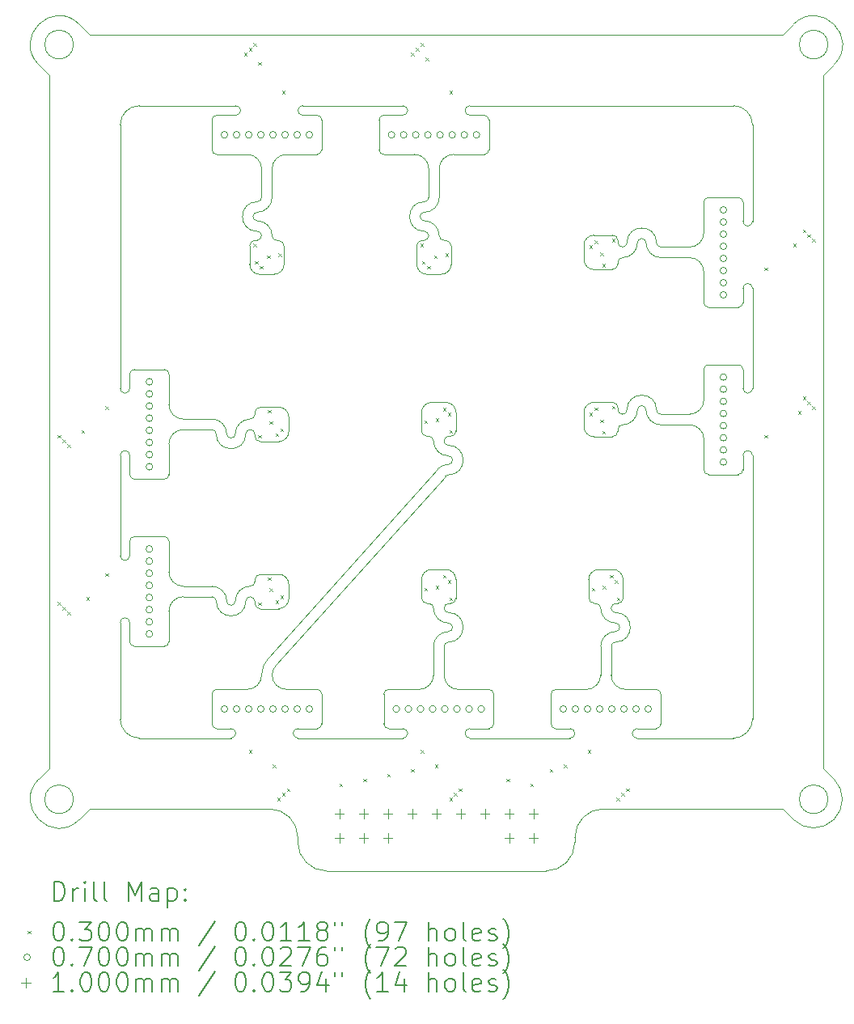
<source format=gbr>
%TF.GenerationSoftware,KiCad,Pcbnew,7.0.2-6a45011f42~172~ubuntu22.04.1*%
%TF.CreationDate,2023-05-18T14:49:08+01:00*%
%TF.ProjectId,KX134_array,4b583133-345f-4617-9272-61792e6b6963,rev?*%
%TF.SameCoordinates,Original*%
%TF.FileFunction,Drillmap*%
%TF.FilePolarity,Positive*%
%FSLAX45Y45*%
G04 Gerber Fmt 4.5, Leading zero omitted, Abs format (unit mm)*
G04 Created by KiCad (PCBNEW 7.0.2-6a45011f42~172~ubuntu22.04.1) date 2023-05-18 14:49:08*
%MOMM*%
%LPD*%
G01*
G04 APERTURE LIST*
%ADD10C,0.010000*%
%ADD11C,0.200000*%
%ADD12C,0.030000*%
%ADD13C,0.070000*%
%ADD14C,0.100000*%
G04 APERTURE END LIST*
D10*
X16955000Y-9900000D02*
G75*
G03*
X16850000Y-9795000I-105000J0D01*
G01*
X19100000Y-8170000D02*
X19400000Y-8170000D01*
X20487868Y-12412132D02*
X20375736Y-12299764D01*
X19960000Y-7900000D02*
G75*
G03*
X20010000Y-7950000I50000J0D01*
G01*
X18705000Y-9900000D02*
G75*
G03*
X18600000Y-9795000I-105000J0D01*
G01*
X15100000Y-10205000D02*
G75*
G03*
X15205000Y-10100000I0J105000D01*
G01*
X13490000Y-8550000D02*
G75*
G03*
X13440000Y-8600000I0J-50000D01*
G01*
X18295000Y-6550000D02*
G75*
G03*
X18400000Y-6655000I105000J0D01*
G01*
X13124264Y-4200236D02*
X20375500Y-4200000D01*
X13640000Y-4940000D02*
G75*
G03*
X13440000Y-5140000I0J-200000D01*
G01*
X15180000Y-5450000D02*
X15500000Y-5450000D01*
X14875000Y-5945000D02*
G75*
G03*
X14875000Y-6255000I0J-155000D01*
G01*
X13590000Y-7700000D02*
G75*
G03*
X13540000Y-7750000I0J-50000D01*
G01*
X18650000Y-8120000D02*
X18650000Y-8100000D01*
X13490000Y-9700000D02*
G75*
G03*
X13540000Y-9650000I0J50000D01*
G01*
X16700000Y-8045000D02*
X16850000Y-8045000D01*
X16250000Y-11050000D02*
G75*
G03*
X16200000Y-11100000I0J-50000D01*
G01*
X18580000Y-10600000D02*
X18580000Y-10900000D01*
X18850000Y-11460000D02*
G75*
G03*
X18800000Y-11510000I0J-50000D01*
G01*
X13950000Y-9820000D02*
G75*
G03*
X14100000Y-9970000I150000J0D01*
G01*
X16720000Y-10200000D02*
G75*
G03*
X16875000Y-10355000I155000J0D01*
G01*
X17100000Y-11460000D02*
G75*
G03*
X17050000Y-11510000I0J-50000D01*
G01*
X18650000Y-6595000D02*
X18650000Y-6580000D01*
X18945000Y-6375000D02*
G75*
G03*
X18900000Y-6330000I-45000J0D01*
G01*
X16200000Y-5040000D02*
G75*
G03*
X16150000Y-5090000I0J-50000D01*
G01*
X16875000Y-8695000D02*
G75*
G03*
X16765398Y-8740399I0J-155000D01*
G01*
X13540000Y-7750000D02*
X13540000Y-7900000D01*
X12587868Y-11987868D02*
X12700236Y-11875736D01*
X17250000Y-5450000D02*
G75*
G03*
X17300000Y-5400000I0J50000D01*
G01*
X16920000Y-8650000D02*
G75*
G03*
X16875000Y-8605000I-45000J0D01*
G01*
X16670000Y-6300000D02*
G75*
G03*
X16625000Y-6255000I-45000J0D01*
G01*
X15205000Y-8200000D02*
X15205000Y-8350000D01*
X13440000Y-11360000D02*
G75*
G03*
X13640000Y-11560000I200000J0D01*
G01*
X18650000Y-6370000D02*
G75*
G03*
X18700000Y-6420000I50000J0D01*
G01*
X20010000Y-7950000D02*
G75*
G03*
X20060000Y-7900000I0J50000D01*
G01*
X13012132Y-4087868D02*
G75*
G03*
X12587868Y-4512132I-212132J-212132D01*
G01*
X18400000Y-6295000D02*
G75*
G03*
X18295000Y-6400000I0J-105000D01*
G01*
X18650000Y-6350000D02*
G75*
G03*
X18595000Y-6295000I-55000J0D01*
G01*
X16670000Y-5900000D02*
X16670000Y-5600000D01*
X18590000Y-8405052D02*
G75*
G03*
X18650052Y-8345000I0J60052D01*
G01*
X16595000Y-8345000D02*
X16595000Y-8150000D01*
X14920000Y-5600000D02*
G75*
G03*
X14770000Y-5450000I-150000J0D01*
G01*
X13900000Y-10600000D02*
X13590000Y-10600000D01*
X18400000Y-8045000D02*
X18595000Y-8045000D01*
X14850000Y-8155000D02*
X14850000Y-8170000D01*
X16580000Y-6100000D02*
G75*
G03*
X16625000Y-6145000I45000J0D01*
G01*
X15550000Y-5090000D02*
G75*
G03*
X15500000Y-5040000I-50000J0D01*
G01*
X13540000Y-10350000D02*
G75*
G03*
X13490000Y-10300000I-50000J0D01*
G01*
X18470000Y-10600000D02*
X18470000Y-10900000D01*
X15155052Y-6410000D02*
X15155000Y-6600000D01*
X15550000Y-5400000D02*
X15550000Y-5090000D01*
X13950000Y-10230000D02*
X13950000Y-10550000D01*
X15350000Y-4940000D02*
G75*
G03*
X15300000Y-4990000I0J-50000D01*
G01*
X13900000Y-7700000D02*
X13590000Y-7700000D01*
X16920000Y-10400000D02*
G75*
G03*
X16875000Y-10355000I-45000J0D01*
G01*
X14800000Y-9970000D02*
G75*
G03*
X14645000Y-10125000I0J-155000D01*
G01*
X16830000Y-10900000D02*
G75*
G03*
X16980000Y-11050000I150000J0D01*
G01*
X14400000Y-10080000D02*
X14100000Y-10080000D01*
X15000095Y-12299797D02*
X13124500Y-12300000D01*
X14875000Y-6055000D02*
G75*
G03*
X14830000Y-6100000I0J-45000D01*
G01*
X14650000Y-11510000D02*
G75*
G03*
X14600000Y-11460000I-50000J0D01*
G01*
X16595000Y-8345000D02*
G75*
G03*
X16650000Y-8400000I55000J0D01*
G01*
X14555000Y-10125000D02*
G75*
G03*
X14600000Y-10170000I45000J0D01*
G01*
X14770000Y-5450000D02*
X14450000Y-5450000D01*
X17950000Y-11410000D02*
G75*
G03*
X18000000Y-11460000I50000J0D01*
G01*
X15095000Y-6350000D02*
X15080000Y-6350000D01*
X15600109Y-12950000D02*
X17900000Y-12950000D01*
X20060000Y-8600000D02*
G75*
G03*
X20010000Y-8550000I-50000J0D01*
G01*
X20010000Y-6200000D02*
G75*
G03*
X20060000Y-6150000I0J50000D01*
G01*
X19960000Y-6150000D02*
G75*
G03*
X20010000Y-6200000I50000J0D01*
G01*
X14850000Y-6350000D02*
G75*
G03*
X14795000Y-6405000I0J-55000D01*
G01*
X13540000Y-10550000D02*
G75*
G03*
X13590000Y-10600000I50000J0D01*
G01*
X19910000Y-8800000D02*
G75*
G03*
X19960000Y-8750000I0J50000D01*
G01*
X19600000Y-5900000D02*
X19910000Y-5900000D01*
X16700000Y-8045000D02*
G75*
G03*
X16595000Y-8150000I0J-105000D01*
G01*
X19100000Y-11100000D02*
X19100000Y-11410000D01*
X20487868Y-4087868D02*
X20375500Y-4200000D01*
X14910000Y-8094948D02*
X15100000Y-8095000D01*
X13640000Y-11560000D02*
X14600000Y-11560000D01*
X13950000Y-8070000D02*
X13950000Y-7750000D01*
X18344948Y-10090000D02*
X18345000Y-9900000D01*
X13012132Y-4087868D02*
X13124264Y-4200236D01*
X16880000Y-8400000D02*
X16900000Y-8400000D01*
X13950000Y-8070000D02*
G75*
G03*
X14100000Y-8220000I150000J0D01*
G01*
X16830000Y-10600000D02*
X16830000Y-10900000D01*
X16930000Y-5450000D02*
G75*
G03*
X16780000Y-5600000I0J-150000D01*
G01*
X19960000Y-7000000D02*
X19960000Y-6850000D01*
X16900000Y-10150000D02*
G75*
G03*
X16955000Y-10095000I0J55000D01*
G01*
X18344948Y-10090000D02*
G75*
G03*
X18405000Y-10150052I60052J0D01*
G01*
X16150000Y-5400000D02*
G75*
G03*
X16200000Y-5450000I50000J0D01*
G01*
X14100000Y-8330000D02*
G75*
G03*
X13950000Y-8480000I0J-150000D01*
G01*
X16720000Y-10200000D02*
G75*
G03*
X16670000Y-10150000I-50000J0D01*
G01*
X14910000Y-9844948D02*
X15100000Y-9845000D01*
X14910000Y-8094948D02*
G75*
G03*
X14849948Y-8155000I0J-60052D01*
G01*
X14850000Y-10130000D02*
G75*
G03*
X14800000Y-10080000I-50000J0D01*
G01*
X14445000Y-10125000D02*
G75*
G03*
X14400000Y-10080000I-45000J0D01*
G01*
X15072469Y-10797470D02*
G75*
G03*
X15030000Y-10900000I102531J-102530D01*
G01*
X19400000Y-6420000D02*
G75*
G03*
X19550000Y-6270000I0J150000D01*
G01*
X15300110Y-12649891D02*
G75*
G03*
X15600109Y-12950000I300000J-109D01*
G01*
X14795000Y-6600000D02*
X14795000Y-6405000D01*
X18700000Y-8280000D02*
G75*
G03*
X18650000Y-8330000I0J-50000D01*
G01*
X16545000Y-6600000D02*
X16545000Y-6405000D01*
X14920000Y-5900000D02*
X14920000Y-5600000D01*
X14400000Y-5400000D02*
G75*
G03*
X14450000Y-5450000I50000J0D01*
G01*
X16830000Y-10200000D02*
G75*
G03*
X16875000Y-10245000I45000J0D01*
G01*
X18650000Y-8120000D02*
G75*
G03*
X18700000Y-8170000I50000J0D01*
G01*
X18945000Y-8125000D02*
G75*
G03*
X18900000Y-8080000I-45000J0D01*
G01*
X19550000Y-6680000D02*
X19550000Y-7000000D01*
X16843180Y-8818180D02*
X15072470Y-10797470D01*
X20010000Y-8550000D02*
G75*
G03*
X19960000Y-8600000I0J-50000D01*
G01*
X15550000Y-11100000D02*
G75*
G03*
X15500000Y-11050000I-50000J0D01*
G01*
X20060000Y-5140000D02*
G75*
G03*
X19860000Y-4940000I-200000J0D01*
G01*
X18295000Y-6550000D02*
X18295000Y-6400000D01*
X15030000Y-6300000D02*
G75*
G03*
X15080000Y-6350000I50000J0D01*
G01*
X15155052Y-6410000D02*
G75*
G03*
X15095000Y-6349948I-60052J0D01*
G01*
X14600000Y-8420000D02*
G75*
G03*
X14645000Y-8375000I0J45000D01*
G01*
X16955000Y-8150000D02*
X16955000Y-8345000D01*
X16570000Y-11050000D02*
G75*
G03*
X16720000Y-10900000I0J150000D01*
G01*
X18945000Y-6375000D02*
G75*
G03*
X19100000Y-6530000I155000J0D01*
G01*
X19100000Y-8280000D02*
X19400000Y-8280000D01*
X19960000Y-7700000D02*
X19960000Y-7900000D01*
X18580000Y-10900000D02*
G75*
G03*
X18730000Y-11050000I150000J0D01*
G01*
X13490000Y-10300000D02*
G75*
G03*
X13440000Y-10350000I0J-50000D01*
G01*
X17900000Y-12950000D02*
G75*
G03*
X18200000Y-12650000I0J300000D01*
G01*
X15205000Y-9950000D02*
G75*
G03*
X15100000Y-9845000I-105000J0D01*
G01*
X12950000Y-4300000D02*
G75*
G03*
X12950000Y-4300000I-150000J0D01*
G01*
X14555000Y-10125000D02*
G75*
G03*
X14400000Y-9970000I-155000J0D01*
G01*
X13540000Y-10550000D02*
X13540000Y-10350000D01*
X16250000Y-11460000D02*
X16400000Y-11460000D01*
X15250000Y-11510000D02*
G75*
G03*
X15300000Y-11560000I50000J0D01*
G01*
X14800000Y-8330000D02*
G75*
G03*
X14755000Y-8375000I0J-45000D01*
G01*
X18700000Y-6530000D02*
G75*
G03*
X18650000Y-6580000I0J-50000D01*
G01*
X14800000Y-8220000D02*
G75*
G03*
X14850000Y-8170000I0J50000D01*
G01*
X20060000Y-6150000D02*
X20060000Y-5140000D01*
X18850000Y-11560000D02*
X19860000Y-11560000D01*
X18800000Y-11510000D02*
G75*
G03*
X18850000Y-11560000I50000J0D01*
G01*
X13900000Y-8850000D02*
X13590000Y-8850000D01*
X16700000Y-9795000D02*
G75*
G03*
X16595000Y-9900000I0J-105000D01*
G01*
X16655000Y-10150000D02*
X16670000Y-10150000D01*
X14994688Y-10719688D02*
G75*
G03*
X14920000Y-10900000I180312J-180312D01*
G01*
X18450000Y-9795000D02*
G75*
G03*
X18345000Y-9900000I0J-105000D01*
G01*
X14400000Y-11410000D02*
G75*
G03*
X14450000Y-11460000I50000J0D01*
G01*
X14445000Y-8375000D02*
G75*
G03*
X14400000Y-8330000I-45000J0D01*
G01*
X15030000Y-5900000D02*
X15030000Y-5600000D01*
X14850000Y-10130000D02*
X14850000Y-10150000D01*
X16620000Y-6350000D02*
G75*
G03*
X16670000Y-6300000I0J50000D01*
G01*
X15500000Y-11460000D02*
G75*
G03*
X15550000Y-11410000I0J50000D01*
G01*
X14400000Y-8220000D02*
X14100000Y-8220000D01*
X16905052Y-6410000D02*
X16905000Y-6600000D01*
X18320000Y-11050000D02*
G75*
G03*
X18470000Y-10900000I0J150000D01*
G01*
X18700000Y-8170000D02*
G75*
G03*
X18745000Y-8125000I0J45000D01*
G01*
X15050000Y-6705000D02*
G75*
G03*
X15155000Y-6600000I0J105000D01*
G01*
X13950000Y-8480000D02*
X13950000Y-8800000D01*
X18625000Y-10445000D02*
G75*
G03*
X18670000Y-10400000I0J45000D01*
G01*
X19550000Y-6270000D02*
X19550000Y-5950000D01*
X14800000Y-10080000D02*
G75*
G03*
X14755000Y-10125000I0J-45000D01*
G01*
X16520000Y-5450000D02*
X16200000Y-5450000D01*
X19550000Y-8430000D02*
X19550000Y-8750000D01*
X16780000Y-6300000D02*
G75*
G03*
X16830000Y-6350000I50000J0D01*
G01*
X18670000Y-10400000D02*
G75*
G03*
X18625000Y-10355000I-45000J0D01*
G01*
X16880000Y-8400000D02*
G75*
G03*
X16830000Y-8450000I0J-50000D01*
G01*
X16625000Y-6055000D02*
G75*
G03*
X16780000Y-5900000I0J155000D01*
G01*
X14400000Y-8330000D02*
X14100000Y-8330000D01*
X16800000Y-6705000D02*
G75*
G03*
X16905000Y-6600000I0J105000D01*
G01*
X16955000Y-9900000D02*
X16955000Y-10095000D01*
X18590000Y-8405052D02*
X18400000Y-8405000D01*
X19960000Y-5950000D02*
G75*
G03*
X19910000Y-5900000I-50000J0D01*
G01*
X17300000Y-11460000D02*
G75*
G03*
X17350000Y-11410000I0J50000D01*
G01*
X16450000Y-11510000D02*
G75*
G03*
X16400000Y-11460000I-50000J0D01*
G01*
X16625000Y-6055000D02*
G75*
G03*
X16580000Y-6100000I0J-45000D01*
G01*
X14795000Y-6600000D02*
G75*
G03*
X14900000Y-6705000I105000J0D01*
G01*
X14850000Y-8400000D02*
G75*
G03*
X14905000Y-8455000I55000J0D01*
G01*
X16200000Y-11100000D02*
X16200000Y-11410000D01*
X15500000Y-5450000D02*
G75*
G03*
X15550000Y-5400000I0J50000D01*
G01*
X18000000Y-11050000D02*
G75*
G03*
X17950000Y-11100000I0J-50000D01*
G01*
X16880000Y-10150000D02*
X16900000Y-10150000D01*
X17950000Y-11100000D02*
X17950000Y-11410000D01*
X14555000Y-8375000D02*
G75*
G03*
X14400000Y-8220000I-155000J0D01*
G01*
X15180000Y-5450000D02*
G75*
G03*
X15030000Y-5600000I0J-150000D01*
G01*
X12700000Y-4624500D02*
X12700236Y-11875736D01*
X14450000Y-11460000D02*
X14600000Y-11460000D01*
X18650000Y-10150000D02*
G75*
G03*
X18705000Y-10095000I0J55000D01*
G01*
X20060000Y-6850000D02*
G75*
G03*
X20010000Y-6800000I-50000J0D01*
G01*
X15300127Y-12599905D02*
X15300109Y-12649891D01*
X18900000Y-8080000D02*
G75*
G03*
X18855000Y-8125000I0J-45000D01*
G01*
X15030000Y-6300000D02*
G75*
G03*
X14875000Y-6145000I-155000J0D01*
G01*
X13440000Y-10350000D02*
X13440000Y-11360000D01*
X16625000Y-5945000D02*
G75*
G03*
X16625000Y-6255000I0J-155000D01*
G01*
X18625000Y-10555000D02*
G75*
G03*
X18580000Y-10600000I0J-45000D01*
G01*
X20850000Y-12200000D02*
G75*
G03*
X20850000Y-12200000I-150000J0D01*
G01*
X15500000Y-5040000D02*
X15350000Y-5040000D01*
X20060000Y-7900000D02*
X20060000Y-6850000D01*
X18630000Y-10150000D02*
G75*
G03*
X18580000Y-10200000I0J-50000D01*
G01*
X16875000Y-8695000D02*
G75*
G03*
X16920000Y-8650000I0J45000D01*
G01*
X17100000Y-4940000D02*
X19860000Y-4940000D01*
X19100000Y-6420000D02*
X19400000Y-6420000D01*
X16930000Y-5450000D02*
X17250000Y-5450000D01*
X19050000Y-11460000D02*
G75*
G03*
X19100000Y-11410000I0J50000D01*
G01*
X16800000Y-6705000D02*
X16650000Y-6705000D01*
X17300000Y-11460000D02*
X17100000Y-11460000D01*
X17250000Y-5040000D02*
X17100000Y-5040000D01*
X15100000Y-8455000D02*
G75*
G03*
X15205000Y-8350000I0J105000D01*
G01*
X15030000Y-10900000D02*
G75*
G03*
X15180000Y-11050000I150000J0D01*
G01*
X18320000Y-11050000D02*
X18000000Y-11050000D01*
X18590000Y-6655052D02*
G75*
G03*
X18650052Y-6595000I0J60052D01*
G01*
X18650000Y-6370000D02*
X18650000Y-6350000D01*
X19910000Y-7050000D02*
G75*
G03*
X19960000Y-7000000I0J50000D01*
G01*
X18650000Y-8100000D02*
G75*
G03*
X18595000Y-8045000I-55000J0D01*
G01*
X13012132Y-12412132D02*
X13124500Y-12300000D01*
X19600000Y-5900000D02*
G75*
G03*
X19550000Y-5950000I0J-50000D01*
G01*
X14850000Y-8380000D02*
G75*
G03*
X14800000Y-8330000I-50000J0D01*
G01*
X15300123Y-12599905D02*
G75*
G03*
X15000095Y-12299797I-299993J116D01*
G01*
X13540000Y-8800000D02*
G75*
G03*
X13590000Y-8850000I50000J0D01*
G01*
X13440000Y-9650000D02*
G75*
G03*
X13490000Y-9700000I50000J0D01*
G01*
X19600000Y-7050000D02*
X19910000Y-7050000D01*
X13440000Y-7900000D02*
X13440000Y-5140000D01*
X15550000Y-11100000D02*
X15550000Y-11410000D01*
X19100000Y-6530000D02*
X19400000Y-6530000D01*
X18700000Y-6530000D02*
G75*
G03*
X18855000Y-6375000I0J155000D01*
G01*
X16875000Y-10445000D02*
G75*
G03*
X16720000Y-10600000I0J-155000D01*
G01*
X14850000Y-10150000D02*
G75*
G03*
X14905000Y-10205000I55000J0D01*
G01*
X19550000Y-8430000D02*
G75*
G03*
X19400000Y-8280000I-150000J0D01*
G01*
X14600000Y-11560000D02*
G75*
G03*
X14650000Y-11510000I0J50000D01*
G01*
X18630000Y-10150000D02*
X18650000Y-10150000D01*
X14700000Y-4990000D02*
G75*
G03*
X14650000Y-4940000I-50000J0D01*
G01*
X16700000Y-9795000D02*
X16850000Y-9795000D01*
X13440000Y-9650000D02*
X13440000Y-8600000D01*
X16400000Y-11560000D02*
G75*
G03*
X16450000Y-11510000I0J50000D01*
G01*
X15300000Y-4990000D02*
G75*
G03*
X15350000Y-5040000I50000J0D01*
G01*
X18900000Y-6330000D02*
G75*
G03*
X18855000Y-6375000I0J-45000D01*
G01*
X18580000Y-10200000D02*
G75*
G03*
X18625000Y-10245000I45000J0D01*
G01*
X14445000Y-8375000D02*
G75*
G03*
X14755000Y-8375000I155000J0D01*
G01*
X16400000Y-5040000D02*
G75*
G03*
X16450000Y-4990000I0J50000D01*
G01*
X19600000Y-8800000D02*
X19910000Y-8800000D01*
X16845000Y-6350000D02*
X16830000Y-6350000D01*
X19055000Y-8125000D02*
G75*
G03*
X19100000Y-8170000I45000J0D01*
G01*
X18200000Y-11510000D02*
G75*
G03*
X18150000Y-11460000I-50000J0D01*
G01*
X18400000Y-8045000D02*
G75*
G03*
X18295000Y-8150000I0J-105000D01*
G01*
X19550000Y-8750000D02*
G75*
G03*
X19600000Y-8800000I50000J0D01*
G01*
X16600000Y-6350000D02*
G75*
G03*
X16545000Y-6405000I0J-55000D01*
G01*
X13440000Y-7900000D02*
G75*
G03*
X13490000Y-7950000I50000J0D01*
G01*
X17100000Y-4940000D02*
G75*
G03*
X17050000Y-4990000I0J-50000D01*
G01*
X14100000Y-10080000D02*
G75*
G03*
X13950000Y-10230000I0J-150000D01*
G01*
X14650000Y-5040000D02*
G75*
G03*
X14700000Y-4990000I0J50000D01*
G01*
X19960000Y-5950000D02*
X19960000Y-6150000D01*
X17050000Y-4990000D02*
G75*
G03*
X17100000Y-5040000I50000J0D01*
G01*
X14600000Y-10170000D02*
G75*
G03*
X14645000Y-10125000I0J45000D01*
G01*
X16594948Y-10090000D02*
G75*
G03*
X16655000Y-10150052I60052J0D01*
G01*
X20487868Y-12412132D02*
G75*
G03*
X20912132Y-11987868I212132J212132D01*
G01*
X16594948Y-10090000D02*
X16595000Y-9900000D01*
X16625000Y-5945000D02*
G75*
G03*
X16670000Y-5900000I0J45000D01*
G01*
X14800000Y-8220000D02*
G75*
G03*
X14645000Y-8375000I0J-155000D01*
G01*
X17300000Y-5400000D02*
X17300000Y-5090000D01*
X16720000Y-8450000D02*
G75*
G03*
X16670000Y-8400000I-50000J0D01*
G01*
X17100000Y-11560000D02*
X18150000Y-11560000D01*
X16875000Y-10555000D02*
G75*
G03*
X16875000Y-10245000I0J155000D01*
G01*
X19960000Y-8750000D02*
X19960000Y-8600000D01*
X16875000Y-10555000D02*
G75*
G03*
X16830000Y-10600000I0J-45000D01*
G01*
X13950000Y-7750000D02*
G75*
G03*
X13900000Y-7700000I-50000J0D01*
G01*
X16545000Y-6600000D02*
G75*
G03*
X16650000Y-6705000I105000J0D01*
G01*
X18150000Y-11560000D02*
G75*
G03*
X18200000Y-11510000I0J50000D01*
G01*
X16670000Y-5600000D02*
G75*
G03*
X16520000Y-5450000I-150000J0D01*
G01*
X16880000Y-10150000D02*
G75*
G03*
X16830000Y-10200000I0J-50000D01*
G01*
X19055000Y-6375000D02*
G75*
G03*
X18745000Y-6375000I-155000J0D01*
G01*
X18700000Y-8280000D02*
G75*
G03*
X18855000Y-8125000I0J155000D01*
G01*
X14450000Y-11050000D02*
G75*
G03*
X14400000Y-11100000I0J-50000D01*
G01*
X18295000Y-8300000D02*
G75*
G03*
X18400000Y-8405000I105000J0D01*
G01*
X16720000Y-8450000D02*
G75*
G03*
X16875000Y-8605000I155000J0D01*
G01*
X14910000Y-9844948D02*
G75*
G03*
X14849948Y-9905000I0J-60052D01*
G01*
X14800000Y-9970000D02*
G75*
G03*
X14850000Y-9920000I0J50000D01*
G01*
X16905052Y-6410000D02*
G75*
G03*
X16845000Y-6349948I-60052J0D01*
G01*
X14920000Y-6300000D02*
G75*
G03*
X14875000Y-6255000I-45000J0D01*
G01*
X18450000Y-9795000D02*
X18600000Y-9795000D01*
X16150000Y-5400000D02*
X16150000Y-5090000D01*
X14875000Y-6055000D02*
G75*
G03*
X15030000Y-5900000I0J155000D01*
G01*
X15205000Y-9950000D02*
X15205000Y-10100000D01*
X14830000Y-6100000D02*
G75*
G03*
X14875000Y-6145000I45000J0D01*
G01*
X13540000Y-8600000D02*
G75*
G03*
X13490000Y-8550000I-50000J0D01*
G01*
X15500000Y-11460000D02*
X15300000Y-11460000D01*
X18295000Y-8300000D02*
X18295000Y-8150000D01*
X14850000Y-9905000D02*
X14850000Y-9920000D01*
X18730000Y-11050000D02*
X19050000Y-11050000D01*
X18945000Y-8125000D02*
G75*
G03*
X19100000Y-8280000I155000J0D01*
G01*
X18625000Y-10555000D02*
G75*
G03*
X18625000Y-10245000I0J155000D01*
G01*
X14450000Y-5040000D02*
X14650000Y-5040000D01*
X14994688Y-10719688D02*
X16765398Y-8740399D01*
X17350000Y-11410000D02*
X17350000Y-11100000D01*
X20850000Y-4300000D02*
G75*
G03*
X20850000Y-4300000I-150000J0D01*
G01*
X13950000Y-9500000D02*
G75*
G03*
X13900000Y-9450000I-50000J0D01*
G01*
X15100000Y-10205000D02*
X14905000Y-10205000D01*
X18700000Y-6420000D02*
G75*
G03*
X18745000Y-6375000I0J45000D01*
G01*
X14770000Y-11050000D02*
G75*
G03*
X14920000Y-10900000I0J150000D01*
G01*
X12587868Y-11987868D02*
G75*
G03*
X13012132Y-12412132I212132J-212132D01*
G01*
X13540000Y-9500000D02*
X13540000Y-9650000D01*
X18470000Y-10200000D02*
G75*
G03*
X18625000Y-10355000I155000J0D01*
G01*
X16955000Y-8150000D02*
G75*
G03*
X16850000Y-8045000I-105000J0D01*
G01*
X19100000Y-11100000D02*
G75*
G03*
X19050000Y-11050000I-50000J0D01*
G01*
X16650000Y-8400000D02*
X16670000Y-8400000D01*
X15050000Y-6705000D02*
X14900000Y-6705000D01*
X20912132Y-11987868D02*
X20800000Y-11875500D01*
X19055000Y-6375000D02*
G75*
G03*
X19100000Y-6420000I45000J0D01*
G01*
X16875000Y-10445000D02*
G75*
G03*
X16920000Y-10400000I0J45000D01*
G01*
X16980000Y-11050000D02*
X17300000Y-11050000D01*
X19550000Y-7000000D02*
G75*
G03*
X19600000Y-7050000I50000J0D01*
G01*
X18000000Y-11460000D02*
X18150000Y-11460000D01*
X14870000Y-6350000D02*
X14850000Y-6350000D01*
X14850000Y-8380000D02*
X14850000Y-8400000D01*
X17300000Y-5090000D02*
G75*
G03*
X17250000Y-5040000I-50000J0D01*
G01*
X20060000Y-8600000D02*
X20060000Y-11360000D01*
X16450000Y-4990000D02*
G75*
G03*
X16400000Y-4940000I-50000J0D01*
G01*
X14400000Y-9970000D02*
X14100000Y-9970000D01*
X19050000Y-11460000D02*
X18850000Y-11460000D01*
X15300000Y-11460000D02*
G75*
G03*
X15250000Y-11510000I0J-50000D01*
G01*
X16875000Y-8805000D02*
G75*
G03*
X16875000Y-8495000I0J155000D01*
G01*
X13900000Y-9450000D02*
X13590000Y-9450000D01*
X16720000Y-10600000D02*
X16720000Y-10900000D01*
X13900000Y-10600000D02*
G75*
G03*
X13950000Y-10550000I0J50000D01*
G01*
X18400000Y-6295000D02*
X18595000Y-6295000D01*
X19600000Y-7650000D02*
X19910000Y-7650000D01*
X18405000Y-10150000D02*
X18420000Y-10150000D01*
X20799764Y-4624264D02*
X20800000Y-11875500D01*
X18650000Y-8345000D02*
X18650000Y-8330000D01*
X18200000Y-12650000D02*
X18200000Y-12599967D01*
X14555000Y-8375000D02*
G75*
G03*
X14600000Y-8420000I45000J0D01*
G01*
X14400000Y-5400000D02*
X14400000Y-5090000D01*
X19400000Y-8170000D02*
G75*
G03*
X19550000Y-8020000I0J150000D01*
G01*
X14870000Y-6350000D02*
G75*
G03*
X14920000Y-6300000I0J50000D01*
G01*
X15350000Y-4940000D02*
X16400000Y-4940000D01*
X18499968Y-12299970D02*
G75*
G03*
X18200000Y-12599967I33J-300000D01*
G01*
X17050000Y-11510000D02*
G75*
G03*
X17100000Y-11560000I50000J0D01*
G01*
X16875000Y-8805000D02*
G75*
G03*
X16843180Y-8818180I0J-45000D01*
G01*
X20912132Y-4512132D02*
G75*
G03*
X20487868Y-4087868I-212132J212132D01*
G01*
X13900000Y-8850000D02*
G75*
G03*
X13950000Y-8800000I0J50000D01*
G01*
X16570000Y-11050000D02*
X16250000Y-11050000D01*
X18590000Y-6655052D02*
X18400000Y-6655000D01*
X16780000Y-5900000D02*
X16780000Y-5600000D01*
X19960000Y-7700000D02*
G75*
G03*
X19910000Y-7650000I-50000J0D01*
G01*
X16200000Y-5040000D02*
X16400000Y-5040000D01*
X18470000Y-10200000D02*
G75*
G03*
X18420000Y-10150000I-50000J0D01*
G01*
X16200000Y-11410000D02*
G75*
G03*
X16250000Y-11460000I50000J0D01*
G01*
X14650000Y-4940000D02*
X13640000Y-4940000D01*
X14400000Y-11100000D02*
X14400000Y-11410000D01*
X15205000Y-8200000D02*
G75*
G03*
X15100000Y-8095000I-105000J0D01*
G01*
X18705000Y-9900000D02*
X18705000Y-10095000D01*
X19860000Y-11560000D02*
G75*
G03*
X20060000Y-11360000I0J200000D01*
G01*
X16620000Y-6350000D02*
X16600000Y-6350000D01*
X12587868Y-4512132D02*
X12700000Y-4624500D01*
X19600000Y-7650000D02*
G75*
G03*
X19550000Y-7700000I0J-50000D01*
G01*
X16830000Y-8450000D02*
G75*
G03*
X16875000Y-8495000I45000J0D01*
G01*
X19550000Y-8020000D02*
X19550000Y-7700000D01*
X13950000Y-9820000D02*
X13950000Y-9500000D01*
X15180000Y-11050000D02*
X15500000Y-11050000D01*
X18625000Y-10445000D02*
G75*
G03*
X18470000Y-10600000I0J-155000D01*
G01*
X17350000Y-11100000D02*
G75*
G03*
X17300000Y-11050000I-50000J0D01*
G01*
X12950000Y-12200000D02*
G75*
G03*
X12950000Y-12200000I-150000J0D01*
G01*
X14875000Y-5945000D02*
G75*
G03*
X14920000Y-5900000I0J45000D01*
G01*
X20912132Y-4512132D02*
X20799764Y-4624264D01*
X16400000Y-11560000D02*
X15300000Y-11560000D01*
X14445000Y-10125000D02*
G75*
G03*
X14755000Y-10125000I155000J0D01*
G01*
X19550000Y-6680000D02*
G75*
G03*
X19400000Y-6530000I-150000J0D01*
G01*
X20375736Y-12299764D02*
X18499968Y-12299967D01*
X13490000Y-7950000D02*
G75*
G03*
X13540000Y-7900000I0J50000D01*
G01*
X16900000Y-8400000D02*
G75*
G03*
X16955000Y-8345000I0J55000D01*
G01*
X14770000Y-11050000D02*
X14450000Y-11050000D01*
X13540000Y-8800000D02*
X13540000Y-8600000D01*
X13590000Y-9450000D02*
G75*
G03*
X13540000Y-9500000I0J-50000D01*
G01*
X15100000Y-8455000D02*
X14905000Y-8455000D01*
X19055000Y-8125000D02*
G75*
G03*
X18745000Y-8125000I-155000J0D01*
G01*
X16780000Y-6300000D02*
G75*
G03*
X16625000Y-6145000I-155000J0D01*
G01*
X20010000Y-6800000D02*
G75*
G03*
X19960000Y-6850000I0J-50000D01*
G01*
X14450000Y-5040000D02*
G75*
G03*
X14400000Y-5090000I0J-50000D01*
G01*
D11*
D12*
X12785000Y-8385000D02*
X12815000Y-8415000D01*
X12815000Y-8385000D02*
X12785000Y-8415000D01*
X12785000Y-10135000D02*
X12815000Y-10165000D01*
X12815000Y-10135000D02*
X12785000Y-10165000D01*
X12835000Y-8435000D02*
X12865000Y-8465000D01*
X12865000Y-8435000D02*
X12835000Y-8465000D01*
X12835000Y-10185000D02*
X12865000Y-10215000D01*
X12865000Y-10185000D02*
X12835000Y-10215000D01*
X12885000Y-8485000D02*
X12915000Y-8515000D01*
X12915000Y-8485000D02*
X12885000Y-8515000D01*
X12885000Y-10235000D02*
X12915000Y-10265000D01*
X12915000Y-10235000D02*
X12885000Y-10265000D01*
X13035000Y-8335000D02*
X13065000Y-8365000D01*
X13065000Y-8335000D02*
X13035000Y-8365000D01*
X13085000Y-10085000D02*
X13115000Y-10115000D01*
X13115000Y-10085000D02*
X13085000Y-10115000D01*
X13285000Y-8085000D02*
X13315000Y-8115000D01*
X13315000Y-8085000D02*
X13285000Y-8115000D01*
X13285000Y-9835000D02*
X13315000Y-9865000D01*
X13315000Y-9835000D02*
X13285000Y-9865000D01*
X14735000Y-4385000D02*
X14765000Y-4415000D01*
X14765000Y-4385000D02*
X14735000Y-4415000D01*
X14785000Y-4335000D02*
X14815000Y-4365000D01*
X14815000Y-4335000D02*
X14785000Y-4365000D01*
X14785000Y-11685000D02*
X14815000Y-11715000D01*
X14815000Y-11685000D02*
X14785000Y-11715000D01*
X14832500Y-6382500D02*
X14862500Y-6412500D01*
X14862500Y-6382500D02*
X14832500Y-6412500D01*
X14835000Y-4285000D02*
X14865000Y-4315000D01*
X14865000Y-4285000D02*
X14835000Y-4315000D01*
X14850000Y-6565000D02*
X14880000Y-6595000D01*
X14880000Y-6565000D02*
X14850000Y-6595000D01*
X14882500Y-8387500D02*
X14912500Y-8417500D01*
X14912500Y-8387500D02*
X14882500Y-8417500D01*
X14882500Y-10137500D02*
X14912500Y-10167500D01*
X14912500Y-10137500D02*
X14882500Y-10167500D01*
X14885000Y-4485000D02*
X14915000Y-4515000D01*
X14915000Y-4485000D02*
X14885000Y-4515000D01*
X14902500Y-6617500D02*
X14932500Y-6647500D01*
X14932500Y-6617500D02*
X14902500Y-6647500D01*
X14977500Y-6505000D02*
X15007500Y-6535000D01*
X15007500Y-6505000D02*
X14977500Y-6535000D01*
X14985000Y-8125000D02*
X15015000Y-8155000D01*
X15015000Y-8125000D02*
X14985000Y-8155000D01*
X14985000Y-9875000D02*
X15015000Y-9905000D01*
X15015000Y-9875000D02*
X14985000Y-9905000D01*
X15005000Y-8242500D02*
X15035000Y-8272500D01*
X15035000Y-8242500D02*
X15005000Y-8272500D01*
X15005000Y-9992500D02*
X15035000Y-10022500D01*
X15035000Y-9992500D02*
X15005000Y-10022500D01*
X15035000Y-11835000D02*
X15065000Y-11865000D01*
X15065000Y-11835000D02*
X15035000Y-11865000D01*
X15065000Y-8370000D02*
X15095000Y-8400000D01*
X15095000Y-8370000D02*
X15065000Y-8400000D01*
X15065000Y-10120000D02*
X15095000Y-10150000D01*
X15095000Y-10120000D02*
X15065000Y-10150000D01*
X15085000Y-12185000D02*
X15115000Y-12215000D01*
X15115000Y-12185000D02*
X15085000Y-12215000D01*
X15095000Y-6485000D02*
X15125000Y-6515000D01*
X15125000Y-6485000D02*
X15095000Y-6515000D01*
X15117500Y-8317500D02*
X15147500Y-8347500D01*
X15147500Y-8317500D02*
X15117500Y-8347500D01*
X15117500Y-10067500D02*
X15147500Y-10097500D01*
X15147500Y-10067500D02*
X15117500Y-10097500D01*
X15135000Y-4785000D02*
X15165000Y-4815000D01*
X15165000Y-4785000D02*
X15135000Y-4815000D01*
X15135000Y-12135000D02*
X15165000Y-12165000D01*
X15165000Y-12135000D02*
X15135000Y-12165000D01*
X15185000Y-12085000D02*
X15215000Y-12115000D01*
X15215000Y-12085000D02*
X15185000Y-12115000D01*
X15735000Y-12035000D02*
X15765000Y-12065000D01*
X15765000Y-12035000D02*
X15735000Y-12065000D01*
X15985000Y-11985000D02*
X16015000Y-12015000D01*
X16015000Y-11985000D02*
X15985000Y-12015000D01*
X16235000Y-11935000D02*
X16265000Y-11965000D01*
X16265000Y-11935000D02*
X16235000Y-11965000D01*
X16485000Y-4385000D02*
X16515000Y-4415000D01*
X16515000Y-4385000D02*
X16485000Y-4415000D01*
X16485000Y-11885000D02*
X16515000Y-11915000D01*
X16515000Y-11885000D02*
X16485000Y-11915000D01*
X16535000Y-4335000D02*
X16565000Y-4365000D01*
X16565000Y-4335000D02*
X16535000Y-4365000D01*
X16582500Y-6382500D02*
X16612500Y-6412500D01*
X16612500Y-6382500D02*
X16582500Y-6412500D01*
X16585000Y-4285000D02*
X16615000Y-4315000D01*
X16615000Y-4285000D02*
X16585000Y-4315000D01*
X16585000Y-11685000D02*
X16615000Y-11715000D01*
X16615000Y-11685000D02*
X16585000Y-11715000D01*
X16600000Y-6565000D02*
X16630000Y-6595000D01*
X16630000Y-6565000D02*
X16600000Y-6595000D01*
X16625000Y-8235000D02*
X16655000Y-8265000D01*
X16655000Y-8235000D02*
X16625000Y-8265000D01*
X16625000Y-9985000D02*
X16655000Y-10015000D01*
X16655000Y-9985000D02*
X16625000Y-10015000D01*
X16635000Y-4435000D02*
X16665000Y-4465000D01*
X16665000Y-4435000D02*
X16635000Y-4465000D01*
X16652500Y-6617500D02*
X16682500Y-6647500D01*
X16682500Y-6617500D02*
X16652500Y-6647500D01*
X16727500Y-6505000D02*
X16757500Y-6535000D01*
X16757500Y-6505000D02*
X16727500Y-6535000D01*
X16735000Y-11835000D02*
X16765000Y-11865000D01*
X16765000Y-11835000D02*
X16735000Y-11865000D01*
X16742500Y-8215000D02*
X16772500Y-8245000D01*
X16772500Y-8215000D02*
X16742500Y-8245000D01*
X16742500Y-9965000D02*
X16772500Y-9995000D01*
X16772500Y-9965000D02*
X16742500Y-9995000D01*
X16817500Y-8102500D02*
X16847500Y-8132500D01*
X16847500Y-8102500D02*
X16817500Y-8132500D01*
X16817500Y-9852500D02*
X16847500Y-9882500D01*
X16847500Y-9852500D02*
X16817500Y-9882500D01*
X16845000Y-6485000D02*
X16875000Y-6515000D01*
X16875000Y-6485000D02*
X16845000Y-6515000D01*
X16870000Y-8155000D02*
X16900000Y-8185000D01*
X16900000Y-8155000D02*
X16870000Y-8185000D01*
X16870000Y-9905000D02*
X16900000Y-9935000D01*
X16900000Y-9905000D02*
X16870000Y-9935000D01*
X16885000Y-4785000D02*
X16915000Y-4815000D01*
X16915000Y-4785000D02*
X16885000Y-4815000D01*
X16885000Y-12185000D02*
X16915000Y-12215000D01*
X16915000Y-12185000D02*
X16885000Y-12215000D01*
X16887500Y-8337500D02*
X16917500Y-8367500D01*
X16917500Y-8337500D02*
X16887500Y-8367500D01*
X16887500Y-10087500D02*
X16917500Y-10117500D01*
X16917500Y-10087500D02*
X16887500Y-10117500D01*
X16935000Y-12135000D02*
X16965000Y-12165000D01*
X16965000Y-12135000D02*
X16935000Y-12165000D01*
X16985000Y-12085000D02*
X17015000Y-12115000D01*
X17015000Y-12085000D02*
X16985000Y-12115000D01*
X17485000Y-11985000D02*
X17515000Y-12015000D01*
X17515000Y-11985000D02*
X17485000Y-12015000D01*
X17735000Y-12035000D02*
X17765000Y-12065000D01*
X17765000Y-12035000D02*
X17735000Y-12065000D01*
X17935000Y-11885000D02*
X17965000Y-11915000D01*
X17965000Y-11885000D02*
X17935000Y-11915000D01*
X18085000Y-11835000D02*
X18115000Y-11865000D01*
X18115000Y-11835000D02*
X18085000Y-11865000D01*
X18335000Y-11685000D02*
X18365000Y-11715000D01*
X18365000Y-11685000D02*
X18335000Y-11715000D01*
X18352500Y-6402500D02*
X18382500Y-6432500D01*
X18382500Y-6402500D02*
X18352500Y-6432500D01*
X18352500Y-8152500D02*
X18382500Y-8182500D01*
X18382500Y-8152500D02*
X18352500Y-8182500D01*
X18375000Y-9985000D02*
X18405000Y-10015000D01*
X18405000Y-9985000D02*
X18375000Y-10015000D01*
X18405000Y-6350000D02*
X18435000Y-6380000D01*
X18435000Y-6350000D02*
X18405000Y-6380000D01*
X18405000Y-8100000D02*
X18435000Y-8130000D01*
X18435000Y-8100000D02*
X18405000Y-8130000D01*
X18465000Y-6477500D02*
X18495000Y-6507500D01*
X18495000Y-6477500D02*
X18465000Y-6507500D01*
X18465000Y-8227500D02*
X18495000Y-8257500D01*
X18495000Y-8227500D02*
X18465000Y-8257500D01*
X18485000Y-6595000D02*
X18515000Y-6625000D01*
X18515000Y-6595000D02*
X18485000Y-6625000D01*
X18485000Y-8345000D02*
X18515000Y-8375000D01*
X18515000Y-8345000D02*
X18485000Y-8375000D01*
X18492500Y-9965000D02*
X18522500Y-9995000D01*
X18522500Y-9965000D02*
X18492500Y-9995000D01*
X18567500Y-9852500D02*
X18597500Y-9882500D01*
X18597500Y-9852500D02*
X18567500Y-9882500D01*
X18587500Y-6332500D02*
X18617500Y-6362500D01*
X18617500Y-6332500D02*
X18587500Y-6362500D01*
X18587500Y-8082500D02*
X18617500Y-8112500D01*
X18617500Y-8082500D02*
X18587500Y-8112500D01*
X18620000Y-9905000D02*
X18650000Y-9935000D01*
X18650000Y-9905000D02*
X18620000Y-9935000D01*
X18635000Y-12185000D02*
X18665000Y-12215000D01*
X18665000Y-12185000D02*
X18635000Y-12215000D01*
X18637500Y-10087500D02*
X18667500Y-10117500D01*
X18667500Y-10087500D02*
X18637500Y-10117500D01*
X18685000Y-12135000D02*
X18715000Y-12165000D01*
X18715000Y-12135000D02*
X18685000Y-12165000D01*
X18735000Y-12085000D02*
X18765000Y-12115000D01*
X18765000Y-12085000D02*
X18735000Y-12115000D01*
X20185000Y-6635000D02*
X20215000Y-6665000D01*
X20215000Y-6635000D02*
X20185000Y-6665000D01*
X20185000Y-8385000D02*
X20215000Y-8415000D01*
X20215000Y-8385000D02*
X20185000Y-8415000D01*
X20485000Y-6385000D02*
X20515000Y-6415000D01*
X20515000Y-6385000D02*
X20485000Y-6415000D01*
X20535000Y-8135000D02*
X20565000Y-8165000D01*
X20565000Y-8135000D02*
X20535000Y-8165000D01*
X20585000Y-6235000D02*
X20615000Y-6265000D01*
X20615000Y-6235000D02*
X20585000Y-6265000D01*
X20585000Y-7985000D02*
X20615000Y-8015000D01*
X20615000Y-7985000D02*
X20585000Y-8015000D01*
X20635000Y-6285000D02*
X20665000Y-6315000D01*
X20665000Y-6285000D02*
X20635000Y-6315000D01*
X20635000Y-8035000D02*
X20665000Y-8065000D01*
X20665000Y-8035000D02*
X20635000Y-8065000D01*
X20685000Y-6335000D02*
X20715000Y-6365000D01*
X20715000Y-6335000D02*
X20685000Y-6365000D01*
X20685000Y-8085000D02*
X20715000Y-8115000D01*
X20715000Y-8085000D02*
X20685000Y-8115000D01*
D13*
X13780000Y-7830000D02*
G75*
G03*
X13780000Y-7830000I-35000J0D01*
G01*
X13780000Y-7957000D02*
G75*
G03*
X13780000Y-7957000I-35000J0D01*
G01*
X13780000Y-8084000D02*
G75*
G03*
X13780000Y-8084000I-35000J0D01*
G01*
X13780000Y-8211000D02*
G75*
G03*
X13780000Y-8211000I-35000J0D01*
G01*
X13780000Y-8338000D02*
G75*
G03*
X13780000Y-8338000I-35000J0D01*
G01*
X13780000Y-8465000D02*
G75*
G03*
X13780000Y-8465000I-35000J0D01*
G01*
X13780000Y-8592000D02*
G75*
G03*
X13780000Y-8592000I-35000J0D01*
G01*
X13780000Y-8719000D02*
G75*
G03*
X13780000Y-8719000I-35000J0D01*
G01*
X13780000Y-9580000D02*
G75*
G03*
X13780000Y-9580000I-35000J0D01*
G01*
X13780000Y-9707000D02*
G75*
G03*
X13780000Y-9707000I-35000J0D01*
G01*
X13780000Y-9834000D02*
G75*
G03*
X13780000Y-9834000I-35000J0D01*
G01*
X13780000Y-9961000D02*
G75*
G03*
X13780000Y-9961000I-35000J0D01*
G01*
X13780000Y-10088000D02*
G75*
G03*
X13780000Y-10088000I-35000J0D01*
G01*
X13780000Y-10215000D02*
G75*
G03*
X13780000Y-10215000I-35000J0D01*
G01*
X13780000Y-10342000D02*
G75*
G03*
X13780000Y-10342000I-35000J0D01*
G01*
X13780000Y-10469000D02*
G75*
G03*
X13780000Y-10469000I-35000J0D01*
G01*
X14565000Y-11255000D02*
G75*
G03*
X14565000Y-11255000I-35000J0D01*
G01*
X14566000Y-5245000D02*
G75*
G03*
X14566000Y-5245000I-35000J0D01*
G01*
X14692000Y-11255000D02*
G75*
G03*
X14692000Y-11255000I-35000J0D01*
G01*
X14693000Y-5245000D02*
G75*
G03*
X14693000Y-5245000I-35000J0D01*
G01*
X14819000Y-11255000D02*
G75*
G03*
X14819000Y-11255000I-35000J0D01*
G01*
X14820000Y-5245000D02*
G75*
G03*
X14820000Y-5245000I-35000J0D01*
G01*
X14946000Y-11255000D02*
G75*
G03*
X14946000Y-11255000I-35000J0D01*
G01*
X14947000Y-5245000D02*
G75*
G03*
X14947000Y-5245000I-35000J0D01*
G01*
X15073000Y-11255000D02*
G75*
G03*
X15073000Y-11255000I-35000J0D01*
G01*
X15074000Y-5245000D02*
G75*
G03*
X15074000Y-5245000I-35000J0D01*
G01*
X15200000Y-11255000D02*
G75*
G03*
X15200000Y-11255000I-35000J0D01*
G01*
X15201000Y-5245000D02*
G75*
G03*
X15201000Y-5245000I-35000J0D01*
G01*
X15327000Y-11255000D02*
G75*
G03*
X15327000Y-11255000I-35000J0D01*
G01*
X15328000Y-5245000D02*
G75*
G03*
X15328000Y-5245000I-35000J0D01*
G01*
X15454000Y-11255000D02*
G75*
G03*
X15454000Y-11255000I-35000J0D01*
G01*
X15455000Y-5245000D02*
G75*
G03*
X15455000Y-5245000I-35000J0D01*
G01*
X16316000Y-5245000D02*
G75*
G03*
X16316000Y-5245000I-35000J0D01*
G01*
X16365000Y-11255000D02*
G75*
G03*
X16365000Y-11255000I-35000J0D01*
G01*
X16443000Y-5245000D02*
G75*
G03*
X16443000Y-5245000I-35000J0D01*
G01*
X16492000Y-11255000D02*
G75*
G03*
X16492000Y-11255000I-35000J0D01*
G01*
X16570000Y-5245000D02*
G75*
G03*
X16570000Y-5245000I-35000J0D01*
G01*
X16619000Y-11255000D02*
G75*
G03*
X16619000Y-11255000I-35000J0D01*
G01*
X16697000Y-5245000D02*
G75*
G03*
X16697000Y-5245000I-35000J0D01*
G01*
X16746000Y-11255000D02*
G75*
G03*
X16746000Y-11255000I-35000J0D01*
G01*
X16824000Y-5245000D02*
G75*
G03*
X16824000Y-5245000I-35000J0D01*
G01*
X16873000Y-11255000D02*
G75*
G03*
X16873000Y-11255000I-35000J0D01*
G01*
X16951000Y-5245000D02*
G75*
G03*
X16951000Y-5245000I-35000J0D01*
G01*
X17000000Y-11255000D02*
G75*
G03*
X17000000Y-11255000I-35000J0D01*
G01*
X17078000Y-5245000D02*
G75*
G03*
X17078000Y-5245000I-35000J0D01*
G01*
X17127000Y-11255000D02*
G75*
G03*
X17127000Y-11255000I-35000J0D01*
G01*
X17205000Y-5245000D02*
G75*
G03*
X17205000Y-5245000I-35000J0D01*
G01*
X17254000Y-11255000D02*
G75*
G03*
X17254000Y-11255000I-35000J0D01*
G01*
X18115000Y-11255000D02*
G75*
G03*
X18115000Y-11255000I-35000J0D01*
G01*
X18242000Y-11255000D02*
G75*
G03*
X18242000Y-11255000I-35000J0D01*
G01*
X18369000Y-11255000D02*
G75*
G03*
X18369000Y-11255000I-35000J0D01*
G01*
X18496000Y-11255000D02*
G75*
G03*
X18496000Y-11255000I-35000J0D01*
G01*
X18623000Y-11255000D02*
G75*
G03*
X18623000Y-11255000I-35000J0D01*
G01*
X18750000Y-11255000D02*
G75*
G03*
X18750000Y-11255000I-35000J0D01*
G01*
X18877000Y-11255000D02*
G75*
G03*
X18877000Y-11255000I-35000J0D01*
G01*
X19004000Y-11255000D02*
G75*
G03*
X19004000Y-11255000I-35000J0D01*
G01*
X19790000Y-6031000D02*
G75*
G03*
X19790000Y-6031000I-35000J0D01*
G01*
X19790000Y-6158000D02*
G75*
G03*
X19790000Y-6158000I-35000J0D01*
G01*
X19790000Y-6285000D02*
G75*
G03*
X19790000Y-6285000I-35000J0D01*
G01*
X19790000Y-6412000D02*
G75*
G03*
X19790000Y-6412000I-35000J0D01*
G01*
X19790000Y-6539000D02*
G75*
G03*
X19790000Y-6539000I-35000J0D01*
G01*
X19790000Y-6666000D02*
G75*
G03*
X19790000Y-6666000I-35000J0D01*
G01*
X19790000Y-6793000D02*
G75*
G03*
X19790000Y-6793000I-35000J0D01*
G01*
X19790000Y-6920000D02*
G75*
G03*
X19790000Y-6920000I-35000J0D01*
G01*
X19790000Y-7781000D02*
G75*
G03*
X19790000Y-7781000I-35000J0D01*
G01*
X19790000Y-7908000D02*
G75*
G03*
X19790000Y-7908000I-35000J0D01*
G01*
X19790000Y-8035000D02*
G75*
G03*
X19790000Y-8035000I-35000J0D01*
G01*
X19790000Y-8162000D02*
G75*
G03*
X19790000Y-8162000I-35000J0D01*
G01*
X19790000Y-8289000D02*
G75*
G03*
X19790000Y-8289000I-35000J0D01*
G01*
X19790000Y-8416000D02*
G75*
G03*
X19790000Y-8416000I-35000J0D01*
G01*
X19790000Y-8543000D02*
G75*
G03*
X19790000Y-8543000I-35000J0D01*
G01*
X19790000Y-8670000D02*
G75*
G03*
X19790000Y-8670000I-35000J0D01*
G01*
D14*
X15734000Y-12300000D02*
X15734000Y-12400000D01*
X15684000Y-12350000D02*
X15784000Y-12350000D01*
X15734000Y-12554000D02*
X15734000Y-12654000D01*
X15684000Y-12604000D02*
X15784000Y-12604000D01*
X15988000Y-12300000D02*
X15988000Y-12400000D01*
X15938000Y-12350000D02*
X16038000Y-12350000D01*
X15988000Y-12554000D02*
X15988000Y-12654000D01*
X15938000Y-12604000D02*
X16038000Y-12604000D01*
X16242000Y-12300000D02*
X16242000Y-12400000D01*
X16192000Y-12350000D02*
X16292000Y-12350000D01*
X16242000Y-12554000D02*
X16242000Y-12654000D01*
X16192000Y-12604000D02*
X16292000Y-12604000D01*
X16496000Y-12300000D02*
X16496000Y-12400000D01*
X16446000Y-12350000D02*
X16546000Y-12350000D01*
X16750000Y-12300000D02*
X16750000Y-12400000D01*
X16700000Y-12350000D02*
X16800000Y-12350000D01*
X17004000Y-12300000D02*
X17004000Y-12400000D01*
X16954000Y-12350000D02*
X17054000Y-12350000D01*
X17258000Y-12300000D02*
X17258000Y-12400000D01*
X17208000Y-12350000D02*
X17308000Y-12350000D01*
X17512000Y-12300000D02*
X17512000Y-12400000D01*
X17462000Y-12350000D02*
X17562000Y-12350000D01*
X17512000Y-12554000D02*
X17512000Y-12654000D01*
X17462000Y-12604000D02*
X17562000Y-12604000D01*
X17766000Y-12300000D02*
X17766000Y-12400000D01*
X17716000Y-12350000D02*
X17816000Y-12350000D01*
X17766000Y-12554000D02*
X17766000Y-12654000D01*
X17716000Y-12604000D02*
X17816000Y-12604000D01*
D11*
X12747119Y-13263024D02*
X12747119Y-13063024D01*
X12747119Y-13063024D02*
X12794738Y-13063024D01*
X12794738Y-13063024D02*
X12823309Y-13072548D01*
X12823309Y-13072548D02*
X12842357Y-13091595D01*
X12842357Y-13091595D02*
X12851881Y-13110643D01*
X12851881Y-13110643D02*
X12861405Y-13148738D01*
X12861405Y-13148738D02*
X12861405Y-13177309D01*
X12861405Y-13177309D02*
X12851881Y-13215405D01*
X12851881Y-13215405D02*
X12842357Y-13234452D01*
X12842357Y-13234452D02*
X12823309Y-13253500D01*
X12823309Y-13253500D02*
X12794738Y-13263024D01*
X12794738Y-13263024D02*
X12747119Y-13263024D01*
X12947119Y-13263024D02*
X12947119Y-13129690D01*
X12947119Y-13167786D02*
X12956643Y-13148738D01*
X12956643Y-13148738D02*
X12966167Y-13139214D01*
X12966167Y-13139214D02*
X12985214Y-13129690D01*
X12985214Y-13129690D02*
X13004262Y-13129690D01*
X13070928Y-13263024D02*
X13070928Y-13129690D01*
X13070928Y-13063024D02*
X13061405Y-13072548D01*
X13061405Y-13072548D02*
X13070928Y-13082071D01*
X13070928Y-13082071D02*
X13080452Y-13072548D01*
X13080452Y-13072548D02*
X13070928Y-13063024D01*
X13070928Y-13063024D02*
X13070928Y-13082071D01*
X13194738Y-13263024D02*
X13175690Y-13253500D01*
X13175690Y-13253500D02*
X13166167Y-13234452D01*
X13166167Y-13234452D02*
X13166167Y-13063024D01*
X13299500Y-13263024D02*
X13280452Y-13253500D01*
X13280452Y-13253500D02*
X13270928Y-13234452D01*
X13270928Y-13234452D02*
X13270928Y-13063024D01*
X13528071Y-13263024D02*
X13528071Y-13063024D01*
X13528071Y-13063024D02*
X13594738Y-13205881D01*
X13594738Y-13205881D02*
X13661405Y-13063024D01*
X13661405Y-13063024D02*
X13661405Y-13263024D01*
X13842357Y-13263024D02*
X13842357Y-13158262D01*
X13842357Y-13158262D02*
X13832833Y-13139214D01*
X13832833Y-13139214D02*
X13813786Y-13129690D01*
X13813786Y-13129690D02*
X13775690Y-13129690D01*
X13775690Y-13129690D02*
X13756643Y-13139214D01*
X13842357Y-13253500D02*
X13823309Y-13263024D01*
X13823309Y-13263024D02*
X13775690Y-13263024D01*
X13775690Y-13263024D02*
X13756643Y-13253500D01*
X13756643Y-13253500D02*
X13747119Y-13234452D01*
X13747119Y-13234452D02*
X13747119Y-13215405D01*
X13747119Y-13215405D02*
X13756643Y-13196357D01*
X13756643Y-13196357D02*
X13775690Y-13186833D01*
X13775690Y-13186833D02*
X13823309Y-13186833D01*
X13823309Y-13186833D02*
X13842357Y-13177309D01*
X13937595Y-13129690D02*
X13937595Y-13329690D01*
X13937595Y-13139214D02*
X13956643Y-13129690D01*
X13956643Y-13129690D02*
X13994738Y-13129690D01*
X13994738Y-13129690D02*
X14013786Y-13139214D01*
X14013786Y-13139214D02*
X14023309Y-13148738D01*
X14023309Y-13148738D02*
X14032833Y-13167786D01*
X14032833Y-13167786D02*
X14032833Y-13224928D01*
X14032833Y-13224928D02*
X14023309Y-13243976D01*
X14023309Y-13243976D02*
X14013786Y-13253500D01*
X14013786Y-13253500D02*
X13994738Y-13263024D01*
X13994738Y-13263024D02*
X13956643Y-13263024D01*
X13956643Y-13263024D02*
X13937595Y-13253500D01*
X14118548Y-13243976D02*
X14128071Y-13253500D01*
X14128071Y-13253500D02*
X14118548Y-13263024D01*
X14118548Y-13263024D02*
X14109024Y-13253500D01*
X14109024Y-13253500D02*
X14118548Y-13243976D01*
X14118548Y-13243976D02*
X14118548Y-13263024D01*
X14118548Y-13139214D02*
X14128071Y-13148738D01*
X14128071Y-13148738D02*
X14118548Y-13158262D01*
X14118548Y-13158262D02*
X14109024Y-13148738D01*
X14109024Y-13148738D02*
X14118548Y-13139214D01*
X14118548Y-13139214D02*
X14118548Y-13158262D01*
D12*
X12469500Y-13575500D02*
X12499500Y-13605500D01*
X12499500Y-13575500D02*
X12469500Y-13605500D01*
D11*
X12785214Y-13483024D02*
X12804262Y-13483024D01*
X12804262Y-13483024D02*
X12823309Y-13492548D01*
X12823309Y-13492548D02*
X12832833Y-13502071D01*
X12832833Y-13502071D02*
X12842357Y-13521119D01*
X12842357Y-13521119D02*
X12851881Y-13559214D01*
X12851881Y-13559214D02*
X12851881Y-13606833D01*
X12851881Y-13606833D02*
X12842357Y-13644928D01*
X12842357Y-13644928D02*
X12832833Y-13663976D01*
X12832833Y-13663976D02*
X12823309Y-13673500D01*
X12823309Y-13673500D02*
X12804262Y-13683024D01*
X12804262Y-13683024D02*
X12785214Y-13683024D01*
X12785214Y-13683024D02*
X12766167Y-13673500D01*
X12766167Y-13673500D02*
X12756643Y-13663976D01*
X12756643Y-13663976D02*
X12747119Y-13644928D01*
X12747119Y-13644928D02*
X12737595Y-13606833D01*
X12737595Y-13606833D02*
X12737595Y-13559214D01*
X12737595Y-13559214D02*
X12747119Y-13521119D01*
X12747119Y-13521119D02*
X12756643Y-13502071D01*
X12756643Y-13502071D02*
X12766167Y-13492548D01*
X12766167Y-13492548D02*
X12785214Y-13483024D01*
X12937595Y-13663976D02*
X12947119Y-13673500D01*
X12947119Y-13673500D02*
X12937595Y-13683024D01*
X12937595Y-13683024D02*
X12928071Y-13673500D01*
X12928071Y-13673500D02*
X12937595Y-13663976D01*
X12937595Y-13663976D02*
X12937595Y-13683024D01*
X13013786Y-13483024D02*
X13137595Y-13483024D01*
X13137595Y-13483024D02*
X13070928Y-13559214D01*
X13070928Y-13559214D02*
X13099500Y-13559214D01*
X13099500Y-13559214D02*
X13118548Y-13568738D01*
X13118548Y-13568738D02*
X13128071Y-13578262D01*
X13128071Y-13578262D02*
X13137595Y-13597309D01*
X13137595Y-13597309D02*
X13137595Y-13644928D01*
X13137595Y-13644928D02*
X13128071Y-13663976D01*
X13128071Y-13663976D02*
X13118548Y-13673500D01*
X13118548Y-13673500D02*
X13099500Y-13683024D01*
X13099500Y-13683024D02*
X13042357Y-13683024D01*
X13042357Y-13683024D02*
X13023309Y-13673500D01*
X13023309Y-13673500D02*
X13013786Y-13663976D01*
X13261405Y-13483024D02*
X13280452Y-13483024D01*
X13280452Y-13483024D02*
X13299500Y-13492548D01*
X13299500Y-13492548D02*
X13309024Y-13502071D01*
X13309024Y-13502071D02*
X13318548Y-13521119D01*
X13318548Y-13521119D02*
X13328071Y-13559214D01*
X13328071Y-13559214D02*
X13328071Y-13606833D01*
X13328071Y-13606833D02*
X13318548Y-13644928D01*
X13318548Y-13644928D02*
X13309024Y-13663976D01*
X13309024Y-13663976D02*
X13299500Y-13673500D01*
X13299500Y-13673500D02*
X13280452Y-13683024D01*
X13280452Y-13683024D02*
X13261405Y-13683024D01*
X13261405Y-13683024D02*
X13242357Y-13673500D01*
X13242357Y-13673500D02*
X13232833Y-13663976D01*
X13232833Y-13663976D02*
X13223309Y-13644928D01*
X13223309Y-13644928D02*
X13213786Y-13606833D01*
X13213786Y-13606833D02*
X13213786Y-13559214D01*
X13213786Y-13559214D02*
X13223309Y-13521119D01*
X13223309Y-13521119D02*
X13232833Y-13502071D01*
X13232833Y-13502071D02*
X13242357Y-13492548D01*
X13242357Y-13492548D02*
X13261405Y-13483024D01*
X13451881Y-13483024D02*
X13470929Y-13483024D01*
X13470929Y-13483024D02*
X13489976Y-13492548D01*
X13489976Y-13492548D02*
X13499500Y-13502071D01*
X13499500Y-13502071D02*
X13509024Y-13521119D01*
X13509024Y-13521119D02*
X13518548Y-13559214D01*
X13518548Y-13559214D02*
X13518548Y-13606833D01*
X13518548Y-13606833D02*
X13509024Y-13644928D01*
X13509024Y-13644928D02*
X13499500Y-13663976D01*
X13499500Y-13663976D02*
X13489976Y-13673500D01*
X13489976Y-13673500D02*
X13470929Y-13683024D01*
X13470929Y-13683024D02*
X13451881Y-13683024D01*
X13451881Y-13683024D02*
X13432833Y-13673500D01*
X13432833Y-13673500D02*
X13423309Y-13663976D01*
X13423309Y-13663976D02*
X13413786Y-13644928D01*
X13413786Y-13644928D02*
X13404262Y-13606833D01*
X13404262Y-13606833D02*
X13404262Y-13559214D01*
X13404262Y-13559214D02*
X13413786Y-13521119D01*
X13413786Y-13521119D02*
X13423309Y-13502071D01*
X13423309Y-13502071D02*
X13432833Y-13492548D01*
X13432833Y-13492548D02*
X13451881Y-13483024D01*
X13604262Y-13683024D02*
X13604262Y-13549690D01*
X13604262Y-13568738D02*
X13613786Y-13559214D01*
X13613786Y-13559214D02*
X13632833Y-13549690D01*
X13632833Y-13549690D02*
X13661405Y-13549690D01*
X13661405Y-13549690D02*
X13680452Y-13559214D01*
X13680452Y-13559214D02*
X13689976Y-13578262D01*
X13689976Y-13578262D02*
X13689976Y-13683024D01*
X13689976Y-13578262D02*
X13699500Y-13559214D01*
X13699500Y-13559214D02*
X13718548Y-13549690D01*
X13718548Y-13549690D02*
X13747119Y-13549690D01*
X13747119Y-13549690D02*
X13766167Y-13559214D01*
X13766167Y-13559214D02*
X13775690Y-13578262D01*
X13775690Y-13578262D02*
X13775690Y-13683024D01*
X13870929Y-13683024D02*
X13870929Y-13549690D01*
X13870929Y-13568738D02*
X13880452Y-13559214D01*
X13880452Y-13559214D02*
X13899500Y-13549690D01*
X13899500Y-13549690D02*
X13928071Y-13549690D01*
X13928071Y-13549690D02*
X13947119Y-13559214D01*
X13947119Y-13559214D02*
X13956643Y-13578262D01*
X13956643Y-13578262D02*
X13956643Y-13683024D01*
X13956643Y-13578262D02*
X13966167Y-13559214D01*
X13966167Y-13559214D02*
X13985214Y-13549690D01*
X13985214Y-13549690D02*
X14013786Y-13549690D01*
X14013786Y-13549690D02*
X14032833Y-13559214D01*
X14032833Y-13559214D02*
X14042357Y-13578262D01*
X14042357Y-13578262D02*
X14042357Y-13683024D01*
X14432833Y-13473500D02*
X14261405Y-13730643D01*
X14689976Y-13483024D02*
X14709024Y-13483024D01*
X14709024Y-13483024D02*
X14728072Y-13492548D01*
X14728072Y-13492548D02*
X14737595Y-13502071D01*
X14737595Y-13502071D02*
X14747119Y-13521119D01*
X14747119Y-13521119D02*
X14756643Y-13559214D01*
X14756643Y-13559214D02*
X14756643Y-13606833D01*
X14756643Y-13606833D02*
X14747119Y-13644928D01*
X14747119Y-13644928D02*
X14737595Y-13663976D01*
X14737595Y-13663976D02*
X14728072Y-13673500D01*
X14728072Y-13673500D02*
X14709024Y-13683024D01*
X14709024Y-13683024D02*
X14689976Y-13683024D01*
X14689976Y-13683024D02*
X14670929Y-13673500D01*
X14670929Y-13673500D02*
X14661405Y-13663976D01*
X14661405Y-13663976D02*
X14651881Y-13644928D01*
X14651881Y-13644928D02*
X14642357Y-13606833D01*
X14642357Y-13606833D02*
X14642357Y-13559214D01*
X14642357Y-13559214D02*
X14651881Y-13521119D01*
X14651881Y-13521119D02*
X14661405Y-13502071D01*
X14661405Y-13502071D02*
X14670929Y-13492548D01*
X14670929Y-13492548D02*
X14689976Y-13483024D01*
X14842357Y-13663976D02*
X14851881Y-13673500D01*
X14851881Y-13673500D02*
X14842357Y-13683024D01*
X14842357Y-13683024D02*
X14832833Y-13673500D01*
X14832833Y-13673500D02*
X14842357Y-13663976D01*
X14842357Y-13663976D02*
X14842357Y-13683024D01*
X14975691Y-13483024D02*
X14994738Y-13483024D01*
X14994738Y-13483024D02*
X15013786Y-13492548D01*
X15013786Y-13492548D02*
X15023310Y-13502071D01*
X15023310Y-13502071D02*
X15032833Y-13521119D01*
X15032833Y-13521119D02*
X15042357Y-13559214D01*
X15042357Y-13559214D02*
X15042357Y-13606833D01*
X15042357Y-13606833D02*
X15032833Y-13644928D01*
X15032833Y-13644928D02*
X15023310Y-13663976D01*
X15023310Y-13663976D02*
X15013786Y-13673500D01*
X15013786Y-13673500D02*
X14994738Y-13683024D01*
X14994738Y-13683024D02*
X14975691Y-13683024D01*
X14975691Y-13683024D02*
X14956643Y-13673500D01*
X14956643Y-13673500D02*
X14947119Y-13663976D01*
X14947119Y-13663976D02*
X14937595Y-13644928D01*
X14937595Y-13644928D02*
X14928072Y-13606833D01*
X14928072Y-13606833D02*
X14928072Y-13559214D01*
X14928072Y-13559214D02*
X14937595Y-13521119D01*
X14937595Y-13521119D02*
X14947119Y-13502071D01*
X14947119Y-13502071D02*
X14956643Y-13492548D01*
X14956643Y-13492548D02*
X14975691Y-13483024D01*
X15232833Y-13683024D02*
X15118548Y-13683024D01*
X15175691Y-13683024D02*
X15175691Y-13483024D01*
X15175691Y-13483024D02*
X15156643Y-13511595D01*
X15156643Y-13511595D02*
X15137595Y-13530643D01*
X15137595Y-13530643D02*
X15118548Y-13540167D01*
X15423310Y-13683024D02*
X15309024Y-13683024D01*
X15366167Y-13683024D02*
X15366167Y-13483024D01*
X15366167Y-13483024D02*
X15347119Y-13511595D01*
X15347119Y-13511595D02*
X15328072Y-13530643D01*
X15328072Y-13530643D02*
X15309024Y-13540167D01*
X15537595Y-13568738D02*
X15518548Y-13559214D01*
X15518548Y-13559214D02*
X15509024Y-13549690D01*
X15509024Y-13549690D02*
X15499500Y-13530643D01*
X15499500Y-13530643D02*
X15499500Y-13521119D01*
X15499500Y-13521119D02*
X15509024Y-13502071D01*
X15509024Y-13502071D02*
X15518548Y-13492548D01*
X15518548Y-13492548D02*
X15537595Y-13483024D01*
X15537595Y-13483024D02*
X15575691Y-13483024D01*
X15575691Y-13483024D02*
X15594738Y-13492548D01*
X15594738Y-13492548D02*
X15604262Y-13502071D01*
X15604262Y-13502071D02*
X15613786Y-13521119D01*
X15613786Y-13521119D02*
X15613786Y-13530643D01*
X15613786Y-13530643D02*
X15604262Y-13549690D01*
X15604262Y-13549690D02*
X15594738Y-13559214D01*
X15594738Y-13559214D02*
X15575691Y-13568738D01*
X15575691Y-13568738D02*
X15537595Y-13568738D01*
X15537595Y-13568738D02*
X15518548Y-13578262D01*
X15518548Y-13578262D02*
X15509024Y-13587786D01*
X15509024Y-13587786D02*
X15499500Y-13606833D01*
X15499500Y-13606833D02*
X15499500Y-13644928D01*
X15499500Y-13644928D02*
X15509024Y-13663976D01*
X15509024Y-13663976D02*
X15518548Y-13673500D01*
X15518548Y-13673500D02*
X15537595Y-13683024D01*
X15537595Y-13683024D02*
X15575691Y-13683024D01*
X15575691Y-13683024D02*
X15594738Y-13673500D01*
X15594738Y-13673500D02*
X15604262Y-13663976D01*
X15604262Y-13663976D02*
X15613786Y-13644928D01*
X15613786Y-13644928D02*
X15613786Y-13606833D01*
X15613786Y-13606833D02*
X15604262Y-13587786D01*
X15604262Y-13587786D02*
X15594738Y-13578262D01*
X15594738Y-13578262D02*
X15575691Y-13568738D01*
X15689976Y-13483024D02*
X15689976Y-13521119D01*
X15766167Y-13483024D02*
X15766167Y-13521119D01*
X16061405Y-13759214D02*
X16051881Y-13749690D01*
X16051881Y-13749690D02*
X16032834Y-13721119D01*
X16032834Y-13721119D02*
X16023310Y-13702071D01*
X16023310Y-13702071D02*
X16013786Y-13673500D01*
X16013786Y-13673500D02*
X16004262Y-13625881D01*
X16004262Y-13625881D02*
X16004262Y-13587786D01*
X16004262Y-13587786D02*
X16013786Y-13540167D01*
X16013786Y-13540167D02*
X16023310Y-13511595D01*
X16023310Y-13511595D02*
X16032834Y-13492548D01*
X16032834Y-13492548D02*
X16051881Y-13463976D01*
X16051881Y-13463976D02*
X16061405Y-13454452D01*
X16147119Y-13683024D02*
X16185214Y-13683024D01*
X16185214Y-13683024D02*
X16204262Y-13673500D01*
X16204262Y-13673500D02*
X16213786Y-13663976D01*
X16213786Y-13663976D02*
X16232834Y-13635405D01*
X16232834Y-13635405D02*
X16242357Y-13597309D01*
X16242357Y-13597309D02*
X16242357Y-13521119D01*
X16242357Y-13521119D02*
X16232834Y-13502071D01*
X16232834Y-13502071D02*
X16223310Y-13492548D01*
X16223310Y-13492548D02*
X16204262Y-13483024D01*
X16204262Y-13483024D02*
X16166167Y-13483024D01*
X16166167Y-13483024D02*
X16147119Y-13492548D01*
X16147119Y-13492548D02*
X16137595Y-13502071D01*
X16137595Y-13502071D02*
X16128072Y-13521119D01*
X16128072Y-13521119D02*
X16128072Y-13568738D01*
X16128072Y-13568738D02*
X16137595Y-13587786D01*
X16137595Y-13587786D02*
X16147119Y-13597309D01*
X16147119Y-13597309D02*
X16166167Y-13606833D01*
X16166167Y-13606833D02*
X16204262Y-13606833D01*
X16204262Y-13606833D02*
X16223310Y-13597309D01*
X16223310Y-13597309D02*
X16232834Y-13587786D01*
X16232834Y-13587786D02*
X16242357Y-13568738D01*
X16309024Y-13483024D02*
X16442357Y-13483024D01*
X16442357Y-13483024D02*
X16356643Y-13683024D01*
X16670929Y-13683024D02*
X16670929Y-13483024D01*
X16756643Y-13683024D02*
X16756643Y-13578262D01*
X16756643Y-13578262D02*
X16747119Y-13559214D01*
X16747119Y-13559214D02*
X16728072Y-13549690D01*
X16728072Y-13549690D02*
X16699500Y-13549690D01*
X16699500Y-13549690D02*
X16680453Y-13559214D01*
X16680453Y-13559214D02*
X16670929Y-13568738D01*
X16880453Y-13683024D02*
X16861405Y-13673500D01*
X16861405Y-13673500D02*
X16851881Y-13663976D01*
X16851881Y-13663976D02*
X16842358Y-13644928D01*
X16842358Y-13644928D02*
X16842358Y-13587786D01*
X16842358Y-13587786D02*
X16851881Y-13568738D01*
X16851881Y-13568738D02*
X16861405Y-13559214D01*
X16861405Y-13559214D02*
X16880453Y-13549690D01*
X16880453Y-13549690D02*
X16909024Y-13549690D01*
X16909024Y-13549690D02*
X16928072Y-13559214D01*
X16928072Y-13559214D02*
X16937596Y-13568738D01*
X16937596Y-13568738D02*
X16947119Y-13587786D01*
X16947119Y-13587786D02*
X16947119Y-13644928D01*
X16947119Y-13644928D02*
X16937596Y-13663976D01*
X16937596Y-13663976D02*
X16928072Y-13673500D01*
X16928072Y-13673500D02*
X16909024Y-13683024D01*
X16909024Y-13683024D02*
X16880453Y-13683024D01*
X17061405Y-13683024D02*
X17042358Y-13673500D01*
X17042358Y-13673500D02*
X17032834Y-13654452D01*
X17032834Y-13654452D02*
X17032834Y-13483024D01*
X17213786Y-13673500D02*
X17194739Y-13683024D01*
X17194739Y-13683024D02*
X17156643Y-13683024D01*
X17156643Y-13683024D02*
X17137596Y-13673500D01*
X17137596Y-13673500D02*
X17128072Y-13654452D01*
X17128072Y-13654452D02*
X17128072Y-13578262D01*
X17128072Y-13578262D02*
X17137596Y-13559214D01*
X17137596Y-13559214D02*
X17156643Y-13549690D01*
X17156643Y-13549690D02*
X17194739Y-13549690D01*
X17194739Y-13549690D02*
X17213786Y-13559214D01*
X17213786Y-13559214D02*
X17223310Y-13578262D01*
X17223310Y-13578262D02*
X17223310Y-13597309D01*
X17223310Y-13597309D02*
X17128072Y-13616357D01*
X17299500Y-13673500D02*
X17318548Y-13683024D01*
X17318548Y-13683024D02*
X17356643Y-13683024D01*
X17356643Y-13683024D02*
X17375691Y-13673500D01*
X17375691Y-13673500D02*
X17385215Y-13654452D01*
X17385215Y-13654452D02*
X17385215Y-13644928D01*
X17385215Y-13644928D02*
X17375691Y-13625881D01*
X17375691Y-13625881D02*
X17356643Y-13616357D01*
X17356643Y-13616357D02*
X17328072Y-13616357D01*
X17328072Y-13616357D02*
X17309024Y-13606833D01*
X17309024Y-13606833D02*
X17299500Y-13587786D01*
X17299500Y-13587786D02*
X17299500Y-13578262D01*
X17299500Y-13578262D02*
X17309024Y-13559214D01*
X17309024Y-13559214D02*
X17328072Y-13549690D01*
X17328072Y-13549690D02*
X17356643Y-13549690D01*
X17356643Y-13549690D02*
X17375691Y-13559214D01*
X17451881Y-13759214D02*
X17461405Y-13749690D01*
X17461405Y-13749690D02*
X17480453Y-13721119D01*
X17480453Y-13721119D02*
X17489977Y-13702071D01*
X17489977Y-13702071D02*
X17499500Y-13673500D01*
X17499500Y-13673500D02*
X17509024Y-13625881D01*
X17509024Y-13625881D02*
X17509024Y-13587786D01*
X17509024Y-13587786D02*
X17499500Y-13540167D01*
X17499500Y-13540167D02*
X17489977Y-13511595D01*
X17489977Y-13511595D02*
X17480453Y-13492548D01*
X17480453Y-13492548D02*
X17461405Y-13463976D01*
X17461405Y-13463976D02*
X17451881Y-13454452D01*
D13*
X12499500Y-13854500D02*
G75*
G03*
X12499500Y-13854500I-35000J0D01*
G01*
D11*
X12785214Y-13747024D02*
X12804262Y-13747024D01*
X12804262Y-13747024D02*
X12823309Y-13756548D01*
X12823309Y-13756548D02*
X12832833Y-13766071D01*
X12832833Y-13766071D02*
X12842357Y-13785119D01*
X12842357Y-13785119D02*
X12851881Y-13823214D01*
X12851881Y-13823214D02*
X12851881Y-13870833D01*
X12851881Y-13870833D02*
X12842357Y-13908928D01*
X12842357Y-13908928D02*
X12832833Y-13927976D01*
X12832833Y-13927976D02*
X12823309Y-13937500D01*
X12823309Y-13937500D02*
X12804262Y-13947024D01*
X12804262Y-13947024D02*
X12785214Y-13947024D01*
X12785214Y-13947024D02*
X12766167Y-13937500D01*
X12766167Y-13937500D02*
X12756643Y-13927976D01*
X12756643Y-13927976D02*
X12747119Y-13908928D01*
X12747119Y-13908928D02*
X12737595Y-13870833D01*
X12737595Y-13870833D02*
X12737595Y-13823214D01*
X12737595Y-13823214D02*
X12747119Y-13785119D01*
X12747119Y-13785119D02*
X12756643Y-13766071D01*
X12756643Y-13766071D02*
X12766167Y-13756548D01*
X12766167Y-13756548D02*
X12785214Y-13747024D01*
X12937595Y-13927976D02*
X12947119Y-13937500D01*
X12947119Y-13937500D02*
X12937595Y-13947024D01*
X12937595Y-13947024D02*
X12928071Y-13937500D01*
X12928071Y-13937500D02*
X12937595Y-13927976D01*
X12937595Y-13927976D02*
X12937595Y-13947024D01*
X13013786Y-13747024D02*
X13147119Y-13747024D01*
X13147119Y-13747024D02*
X13061405Y-13947024D01*
X13261405Y-13747024D02*
X13280452Y-13747024D01*
X13280452Y-13747024D02*
X13299500Y-13756548D01*
X13299500Y-13756548D02*
X13309024Y-13766071D01*
X13309024Y-13766071D02*
X13318548Y-13785119D01*
X13318548Y-13785119D02*
X13328071Y-13823214D01*
X13328071Y-13823214D02*
X13328071Y-13870833D01*
X13328071Y-13870833D02*
X13318548Y-13908928D01*
X13318548Y-13908928D02*
X13309024Y-13927976D01*
X13309024Y-13927976D02*
X13299500Y-13937500D01*
X13299500Y-13937500D02*
X13280452Y-13947024D01*
X13280452Y-13947024D02*
X13261405Y-13947024D01*
X13261405Y-13947024D02*
X13242357Y-13937500D01*
X13242357Y-13937500D02*
X13232833Y-13927976D01*
X13232833Y-13927976D02*
X13223309Y-13908928D01*
X13223309Y-13908928D02*
X13213786Y-13870833D01*
X13213786Y-13870833D02*
X13213786Y-13823214D01*
X13213786Y-13823214D02*
X13223309Y-13785119D01*
X13223309Y-13785119D02*
X13232833Y-13766071D01*
X13232833Y-13766071D02*
X13242357Y-13756548D01*
X13242357Y-13756548D02*
X13261405Y-13747024D01*
X13451881Y-13747024D02*
X13470929Y-13747024D01*
X13470929Y-13747024D02*
X13489976Y-13756548D01*
X13489976Y-13756548D02*
X13499500Y-13766071D01*
X13499500Y-13766071D02*
X13509024Y-13785119D01*
X13509024Y-13785119D02*
X13518548Y-13823214D01*
X13518548Y-13823214D02*
X13518548Y-13870833D01*
X13518548Y-13870833D02*
X13509024Y-13908928D01*
X13509024Y-13908928D02*
X13499500Y-13927976D01*
X13499500Y-13927976D02*
X13489976Y-13937500D01*
X13489976Y-13937500D02*
X13470929Y-13947024D01*
X13470929Y-13947024D02*
X13451881Y-13947024D01*
X13451881Y-13947024D02*
X13432833Y-13937500D01*
X13432833Y-13937500D02*
X13423309Y-13927976D01*
X13423309Y-13927976D02*
X13413786Y-13908928D01*
X13413786Y-13908928D02*
X13404262Y-13870833D01*
X13404262Y-13870833D02*
X13404262Y-13823214D01*
X13404262Y-13823214D02*
X13413786Y-13785119D01*
X13413786Y-13785119D02*
X13423309Y-13766071D01*
X13423309Y-13766071D02*
X13432833Y-13756548D01*
X13432833Y-13756548D02*
X13451881Y-13747024D01*
X13604262Y-13947024D02*
X13604262Y-13813690D01*
X13604262Y-13832738D02*
X13613786Y-13823214D01*
X13613786Y-13823214D02*
X13632833Y-13813690D01*
X13632833Y-13813690D02*
X13661405Y-13813690D01*
X13661405Y-13813690D02*
X13680452Y-13823214D01*
X13680452Y-13823214D02*
X13689976Y-13842262D01*
X13689976Y-13842262D02*
X13689976Y-13947024D01*
X13689976Y-13842262D02*
X13699500Y-13823214D01*
X13699500Y-13823214D02*
X13718548Y-13813690D01*
X13718548Y-13813690D02*
X13747119Y-13813690D01*
X13747119Y-13813690D02*
X13766167Y-13823214D01*
X13766167Y-13823214D02*
X13775690Y-13842262D01*
X13775690Y-13842262D02*
X13775690Y-13947024D01*
X13870929Y-13947024D02*
X13870929Y-13813690D01*
X13870929Y-13832738D02*
X13880452Y-13823214D01*
X13880452Y-13823214D02*
X13899500Y-13813690D01*
X13899500Y-13813690D02*
X13928071Y-13813690D01*
X13928071Y-13813690D02*
X13947119Y-13823214D01*
X13947119Y-13823214D02*
X13956643Y-13842262D01*
X13956643Y-13842262D02*
X13956643Y-13947024D01*
X13956643Y-13842262D02*
X13966167Y-13823214D01*
X13966167Y-13823214D02*
X13985214Y-13813690D01*
X13985214Y-13813690D02*
X14013786Y-13813690D01*
X14013786Y-13813690D02*
X14032833Y-13823214D01*
X14032833Y-13823214D02*
X14042357Y-13842262D01*
X14042357Y-13842262D02*
X14042357Y-13947024D01*
X14432833Y-13737500D02*
X14261405Y-13994643D01*
X14689976Y-13747024D02*
X14709024Y-13747024D01*
X14709024Y-13747024D02*
X14728072Y-13756548D01*
X14728072Y-13756548D02*
X14737595Y-13766071D01*
X14737595Y-13766071D02*
X14747119Y-13785119D01*
X14747119Y-13785119D02*
X14756643Y-13823214D01*
X14756643Y-13823214D02*
X14756643Y-13870833D01*
X14756643Y-13870833D02*
X14747119Y-13908928D01*
X14747119Y-13908928D02*
X14737595Y-13927976D01*
X14737595Y-13927976D02*
X14728072Y-13937500D01*
X14728072Y-13937500D02*
X14709024Y-13947024D01*
X14709024Y-13947024D02*
X14689976Y-13947024D01*
X14689976Y-13947024D02*
X14670929Y-13937500D01*
X14670929Y-13937500D02*
X14661405Y-13927976D01*
X14661405Y-13927976D02*
X14651881Y-13908928D01*
X14651881Y-13908928D02*
X14642357Y-13870833D01*
X14642357Y-13870833D02*
X14642357Y-13823214D01*
X14642357Y-13823214D02*
X14651881Y-13785119D01*
X14651881Y-13785119D02*
X14661405Y-13766071D01*
X14661405Y-13766071D02*
X14670929Y-13756548D01*
X14670929Y-13756548D02*
X14689976Y-13747024D01*
X14842357Y-13927976D02*
X14851881Y-13937500D01*
X14851881Y-13937500D02*
X14842357Y-13947024D01*
X14842357Y-13947024D02*
X14832833Y-13937500D01*
X14832833Y-13937500D02*
X14842357Y-13927976D01*
X14842357Y-13927976D02*
X14842357Y-13947024D01*
X14975691Y-13747024D02*
X14994738Y-13747024D01*
X14994738Y-13747024D02*
X15013786Y-13756548D01*
X15013786Y-13756548D02*
X15023310Y-13766071D01*
X15023310Y-13766071D02*
X15032833Y-13785119D01*
X15032833Y-13785119D02*
X15042357Y-13823214D01*
X15042357Y-13823214D02*
X15042357Y-13870833D01*
X15042357Y-13870833D02*
X15032833Y-13908928D01*
X15032833Y-13908928D02*
X15023310Y-13927976D01*
X15023310Y-13927976D02*
X15013786Y-13937500D01*
X15013786Y-13937500D02*
X14994738Y-13947024D01*
X14994738Y-13947024D02*
X14975691Y-13947024D01*
X14975691Y-13947024D02*
X14956643Y-13937500D01*
X14956643Y-13937500D02*
X14947119Y-13927976D01*
X14947119Y-13927976D02*
X14937595Y-13908928D01*
X14937595Y-13908928D02*
X14928072Y-13870833D01*
X14928072Y-13870833D02*
X14928072Y-13823214D01*
X14928072Y-13823214D02*
X14937595Y-13785119D01*
X14937595Y-13785119D02*
X14947119Y-13766071D01*
X14947119Y-13766071D02*
X14956643Y-13756548D01*
X14956643Y-13756548D02*
X14975691Y-13747024D01*
X15118548Y-13766071D02*
X15128072Y-13756548D01*
X15128072Y-13756548D02*
X15147119Y-13747024D01*
X15147119Y-13747024D02*
X15194738Y-13747024D01*
X15194738Y-13747024D02*
X15213786Y-13756548D01*
X15213786Y-13756548D02*
X15223310Y-13766071D01*
X15223310Y-13766071D02*
X15232833Y-13785119D01*
X15232833Y-13785119D02*
X15232833Y-13804167D01*
X15232833Y-13804167D02*
X15223310Y-13832738D01*
X15223310Y-13832738D02*
X15109024Y-13947024D01*
X15109024Y-13947024D02*
X15232833Y-13947024D01*
X15299500Y-13747024D02*
X15432833Y-13747024D01*
X15432833Y-13747024D02*
X15347119Y-13947024D01*
X15594738Y-13747024D02*
X15556643Y-13747024D01*
X15556643Y-13747024D02*
X15537595Y-13756548D01*
X15537595Y-13756548D02*
X15528072Y-13766071D01*
X15528072Y-13766071D02*
X15509024Y-13794643D01*
X15509024Y-13794643D02*
X15499500Y-13832738D01*
X15499500Y-13832738D02*
X15499500Y-13908928D01*
X15499500Y-13908928D02*
X15509024Y-13927976D01*
X15509024Y-13927976D02*
X15518548Y-13937500D01*
X15518548Y-13937500D02*
X15537595Y-13947024D01*
X15537595Y-13947024D02*
X15575691Y-13947024D01*
X15575691Y-13947024D02*
X15594738Y-13937500D01*
X15594738Y-13937500D02*
X15604262Y-13927976D01*
X15604262Y-13927976D02*
X15613786Y-13908928D01*
X15613786Y-13908928D02*
X15613786Y-13861309D01*
X15613786Y-13861309D02*
X15604262Y-13842262D01*
X15604262Y-13842262D02*
X15594738Y-13832738D01*
X15594738Y-13832738D02*
X15575691Y-13823214D01*
X15575691Y-13823214D02*
X15537595Y-13823214D01*
X15537595Y-13823214D02*
X15518548Y-13832738D01*
X15518548Y-13832738D02*
X15509024Y-13842262D01*
X15509024Y-13842262D02*
X15499500Y-13861309D01*
X15689976Y-13747024D02*
X15689976Y-13785119D01*
X15766167Y-13747024D02*
X15766167Y-13785119D01*
X16061405Y-14023214D02*
X16051881Y-14013690D01*
X16051881Y-14013690D02*
X16032834Y-13985119D01*
X16032834Y-13985119D02*
X16023310Y-13966071D01*
X16023310Y-13966071D02*
X16013786Y-13937500D01*
X16013786Y-13937500D02*
X16004262Y-13889881D01*
X16004262Y-13889881D02*
X16004262Y-13851786D01*
X16004262Y-13851786D02*
X16013786Y-13804167D01*
X16013786Y-13804167D02*
X16023310Y-13775595D01*
X16023310Y-13775595D02*
X16032834Y-13756548D01*
X16032834Y-13756548D02*
X16051881Y-13727976D01*
X16051881Y-13727976D02*
X16061405Y-13718452D01*
X16118548Y-13747024D02*
X16251881Y-13747024D01*
X16251881Y-13747024D02*
X16166167Y-13947024D01*
X16318548Y-13766071D02*
X16328072Y-13756548D01*
X16328072Y-13756548D02*
X16347119Y-13747024D01*
X16347119Y-13747024D02*
X16394738Y-13747024D01*
X16394738Y-13747024D02*
X16413786Y-13756548D01*
X16413786Y-13756548D02*
X16423310Y-13766071D01*
X16423310Y-13766071D02*
X16432834Y-13785119D01*
X16432834Y-13785119D02*
X16432834Y-13804167D01*
X16432834Y-13804167D02*
X16423310Y-13832738D01*
X16423310Y-13832738D02*
X16309024Y-13947024D01*
X16309024Y-13947024D02*
X16432834Y-13947024D01*
X16670929Y-13947024D02*
X16670929Y-13747024D01*
X16756643Y-13947024D02*
X16756643Y-13842262D01*
X16756643Y-13842262D02*
X16747119Y-13823214D01*
X16747119Y-13823214D02*
X16728072Y-13813690D01*
X16728072Y-13813690D02*
X16699500Y-13813690D01*
X16699500Y-13813690D02*
X16680453Y-13823214D01*
X16680453Y-13823214D02*
X16670929Y-13832738D01*
X16880453Y-13947024D02*
X16861405Y-13937500D01*
X16861405Y-13937500D02*
X16851881Y-13927976D01*
X16851881Y-13927976D02*
X16842358Y-13908928D01*
X16842358Y-13908928D02*
X16842358Y-13851786D01*
X16842358Y-13851786D02*
X16851881Y-13832738D01*
X16851881Y-13832738D02*
X16861405Y-13823214D01*
X16861405Y-13823214D02*
X16880453Y-13813690D01*
X16880453Y-13813690D02*
X16909024Y-13813690D01*
X16909024Y-13813690D02*
X16928072Y-13823214D01*
X16928072Y-13823214D02*
X16937596Y-13832738D01*
X16937596Y-13832738D02*
X16947119Y-13851786D01*
X16947119Y-13851786D02*
X16947119Y-13908928D01*
X16947119Y-13908928D02*
X16937596Y-13927976D01*
X16937596Y-13927976D02*
X16928072Y-13937500D01*
X16928072Y-13937500D02*
X16909024Y-13947024D01*
X16909024Y-13947024D02*
X16880453Y-13947024D01*
X17061405Y-13947024D02*
X17042358Y-13937500D01*
X17042358Y-13937500D02*
X17032834Y-13918452D01*
X17032834Y-13918452D02*
X17032834Y-13747024D01*
X17213786Y-13937500D02*
X17194739Y-13947024D01*
X17194739Y-13947024D02*
X17156643Y-13947024D01*
X17156643Y-13947024D02*
X17137596Y-13937500D01*
X17137596Y-13937500D02*
X17128072Y-13918452D01*
X17128072Y-13918452D02*
X17128072Y-13842262D01*
X17128072Y-13842262D02*
X17137596Y-13823214D01*
X17137596Y-13823214D02*
X17156643Y-13813690D01*
X17156643Y-13813690D02*
X17194739Y-13813690D01*
X17194739Y-13813690D02*
X17213786Y-13823214D01*
X17213786Y-13823214D02*
X17223310Y-13842262D01*
X17223310Y-13842262D02*
X17223310Y-13861309D01*
X17223310Y-13861309D02*
X17128072Y-13880357D01*
X17299500Y-13937500D02*
X17318548Y-13947024D01*
X17318548Y-13947024D02*
X17356643Y-13947024D01*
X17356643Y-13947024D02*
X17375691Y-13937500D01*
X17375691Y-13937500D02*
X17385215Y-13918452D01*
X17385215Y-13918452D02*
X17385215Y-13908928D01*
X17385215Y-13908928D02*
X17375691Y-13889881D01*
X17375691Y-13889881D02*
X17356643Y-13880357D01*
X17356643Y-13880357D02*
X17328072Y-13880357D01*
X17328072Y-13880357D02*
X17309024Y-13870833D01*
X17309024Y-13870833D02*
X17299500Y-13851786D01*
X17299500Y-13851786D02*
X17299500Y-13842262D01*
X17299500Y-13842262D02*
X17309024Y-13823214D01*
X17309024Y-13823214D02*
X17328072Y-13813690D01*
X17328072Y-13813690D02*
X17356643Y-13813690D01*
X17356643Y-13813690D02*
X17375691Y-13823214D01*
X17451881Y-14023214D02*
X17461405Y-14013690D01*
X17461405Y-14013690D02*
X17480453Y-13985119D01*
X17480453Y-13985119D02*
X17489977Y-13966071D01*
X17489977Y-13966071D02*
X17499500Y-13937500D01*
X17499500Y-13937500D02*
X17509024Y-13889881D01*
X17509024Y-13889881D02*
X17509024Y-13851786D01*
X17509024Y-13851786D02*
X17499500Y-13804167D01*
X17499500Y-13804167D02*
X17489977Y-13775595D01*
X17489977Y-13775595D02*
X17480453Y-13756548D01*
X17480453Y-13756548D02*
X17461405Y-13727976D01*
X17461405Y-13727976D02*
X17451881Y-13718452D01*
D14*
X12449500Y-14068500D02*
X12449500Y-14168500D01*
X12399500Y-14118500D02*
X12499500Y-14118500D01*
D11*
X12851881Y-14211024D02*
X12737595Y-14211024D01*
X12794738Y-14211024D02*
X12794738Y-14011024D01*
X12794738Y-14011024D02*
X12775690Y-14039595D01*
X12775690Y-14039595D02*
X12756643Y-14058643D01*
X12756643Y-14058643D02*
X12737595Y-14068167D01*
X12937595Y-14191976D02*
X12947119Y-14201500D01*
X12947119Y-14201500D02*
X12937595Y-14211024D01*
X12937595Y-14211024D02*
X12928071Y-14201500D01*
X12928071Y-14201500D02*
X12937595Y-14191976D01*
X12937595Y-14191976D02*
X12937595Y-14211024D01*
X13070928Y-14011024D02*
X13089976Y-14011024D01*
X13089976Y-14011024D02*
X13109024Y-14020548D01*
X13109024Y-14020548D02*
X13118548Y-14030071D01*
X13118548Y-14030071D02*
X13128071Y-14049119D01*
X13128071Y-14049119D02*
X13137595Y-14087214D01*
X13137595Y-14087214D02*
X13137595Y-14134833D01*
X13137595Y-14134833D02*
X13128071Y-14172928D01*
X13128071Y-14172928D02*
X13118548Y-14191976D01*
X13118548Y-14191976D02*
X13109024Y-14201500D01*
X13109024Y-14201500D02*
X13089976Y-14211024D01*
X13089976Y-14211024D02*
X13070928Y-14211024D01*
X13070928Y-14211024D02*
X13051881Y-14201500D01*
X13051881Y-14201500D02*
X13042357Y-14191976D01*
X13042357Y-14191976D02*
X13032833Y-14172928D01*
X13032833Y-14172928D02*
X13023309Y-14134833D01*
X13023309Y-14134833D02*
X13023309Y-14087214D01*
X13023309Y-14087214D02*
X13032833Y-14049119D01*
X13032833Y-14049119D02*
X13042357Y-14030071D01*
X13042357Y-14030071D02*
X13051881Y-14020548D01*
X13051881Y-14020548D02*
X13070928Y-14011024D01*
X13261405Y-14011024D02*
X13280452Y-14011024D01*
X13280452Y-14011024D02*
X13299500Y-14020548D01*
X13299500Y-14020548D02*
X13309024Y-14030071D01*
X13309024Y-14030071D02*
X13318548Y-14049119D01*
X13318548Y-14049119D02*
X13328071Y-14087214D01*
X13328071Y-14087214D02*
X13328071Y-14134833D01*
X13328071Y-14134833D02*
X13318548Y-14172928D01*
X13318548Y-14172928D02*
X13309024Y-14191976D01*
X13309024Y-14191976D02*
X13299500Y-14201500D01*
X13299500Y-14201500D02*
X13280452Y-14211024D01*
X13280452Y-14211024D02*
X13261405Y-14211024D01*
X13261405Y-14211024D02*
X13242357Y-14201500D01*
X13242357Y-14201500D02*
X13232833Y-14191976D01*
X13232833Y-14191976D02*
X13223309Y-14172928D01*
X13223309Y-14172928D02*
X13213786Y-14134833D01*
X13213786Y-14134833D02*
X13213786Y-14087214D01*
X13213786Y-14087214D02*
X13223309Y-14049119D01*
X13223309Y-14049119D02*
X13232833Y-14030071D01*
X13232833Y-14030071D02*
X13242357Y-14020548D01*
X13242357Y-14020548D02*
X13261405Y-14011024D01*
X13451881Y-14011024D02*
X13470929Y-14011024D01*
X13470929Y-14011024D02*
X13489976Y-14020548D01*
X13489976Y-14020548D02*
X13499500Y-14030071D01*
X13499500Y-14030071D02*
X13509024Y-14049119D01*
X13509024Y-14049119D02*
X13518548Y-14087214D01*
X13518548Y-14087214D02*
X13518548Y-14134833D01*
X13518548Y-14134833D02*
X13509024Y-14172928D01*
X13509024Y-14172928D02*
X13499500Y-14191976D01*
X13499500Y-14191976D02*
X13489976Y-14201500D01*
X13489976Y-14201500D02*
X13470929Y-14211024D01*
X13470929Y-14211024D02*
X13451881Y-14211024D01*
X13451881Y-14211024D02*
X13432833Y-14201500D01*
X13432833Y-14201500D02*
X13423309Y-14191976D01*
X13423309Y-14191976D02*
X13413786Y-14172928D01*
X13413786Y-14172928D02*
X13404262Y-14134833D01*
X13404262Y-14134833D02*
X13404262Y-14087214D01*
X13404262Y-14087214D02*
X13413786Y-14049119D01*
X13413786Y-14049119D02*
X13423309Y-14030071D01*
X13423309Y-14030071D02*
X13432833Y-14020548D01*
X13432833Y-14020548D02*
X13451881Y-14011024D01*
X13604262Y-14211024D02*
X13604262Y-14077690D01*
X13604262Y-14096738D02*
X13613786Y-14087214D01*
X13613786Y-14087214D02*
X13632833Y-14077690D01*
X13632833Y-14077690D02*
X13661405Y-14077690D01*
X13661405Y-14077690D02*
X13680452Y-14087214D01*
X13680452Y-14087214D02*
X13689976Y-14106262D01*
X13689976Y-14106262D02*
X13689976Y-14211024D01*
X13689976Y-14106262D02*
X13699500Y-14087214D01*
X13699500Y-14087214D02*
X13718548Y-14077690D01*
X13718548Y-14077690D02*
X13747119Y-14077690D01*
X13747119Y-14077690D02*
X13766167Y-14087214D01*
X13766167Y-14087214D02*
X13775690Y-14106262D01*
X13775690Y-14106262D02*
X13775690Y-14211024D01*
X13870929Y-14211024D02*
X13870929Y-14077690D01*
X13870929Y-14096738D02*
X13880452Y-14087214D01*
X13880452Y-14087214D02*
X13899500Y-14077690D01*
X13899500Y-14077690D02*
X13928071Y-14077690D01*
X13928071Y-14077690D02*
X13947119Y-14087214D01*
X13947119Y-14087214D02*
X13956643Y-14106262D01*
X13956643Y-14106262D02*
X13956643Y-14211024D01*
X13956643Y-14106262D02*
X13966167Y-14087214D01*
X13966167Y-14087214D02*
X13985214Y-14077690D01*
X13985214Y-14077690D02*
X14013786Y-14077690D01*
X14013786Y-14077690D02*
X14032833Y-14087214D01*
X14032833Y-14087214D02*
X14042357Y-14106262D01*
X14042357Y-14106262D02*
X14042357Y-14211024D01*
X14432833Y-14001500D02*
X14261405Y-14258643D01*
X14689976Y-14011024D02*
X14709024Y-14011024D01*
X14709024Y-14011024D02*
X14728072Y-14020548D01*
X14728072Y-14020548D02*
X14737595Y-14030071D01*
X14737595Y-14030071D02*
X14747119Y-14049119D01*
X14747119Y-14049119D02*
X14756643Y-14087214D01*
X14756643Y-14087214D02*
X14756643Y-14134833D01*
X14756643Y-14134833D02*
X14747119Y-14172928D01*
X14747119Y-14172928D02*
X14737595Y-14191976D01*
X14737595Y-14191976D02*
X14728072Y-14201500D01*
X14728072Y-14201500D02*
X14709024Y-14211024D01*
X14709024Y-14211024D02*
X14689976Y-14211024D01*
X14689976Y-14211024D02*
X14670929Y-14201500D01*
X14670929Y-14201500D02*
X14661405Y-14191976D01*
X14661405Y-14191976D02*
X14651881Y-14172928D01*
X14651881Y-14172928D02*
X14642357Y-14134833D01*
X14642357Y-14134833D02*
X14642357Y-14087214D01*
X14642357Y-14087214D02*
X14651881Y-14049119D01*
X14651881Y-14049119D02*
X14661405Y-14030071D01*
X14661405Y-14030071D02*
X14670929Y-14020548D01*
X14670929Y-14020548D02*
X14689976Y-14011024D01*
X14842357Y-14191976D02*
X14851881Y-14201500D01*
X14851881Y-14201500D02*
X14842357Y-14211024D01*
X14842357Y-14211024D02*
X14832833Y-14201500D01*
X14832833Y-14201500D02*
X14842357Y-14191976D01*
X14842357Y-14191976D02*
X14842357Y-14211024D01*
X14975691Y-14011024D02*
X14994738Y-14011024D01*
X14994738Y-14011024D02*
X15013786Y-14020548D01*
X15013786Y-14020548D02*
X15023310Y-14030071D01*
X15023310Y-14030071D02*
X15032833Y-14049119D01*
X15032833Y-14049119D02*
X15042357Y-14087214D01*
X15042357Y-14087214D02*
X15042357Y-14134833D01*
X15042357Y-14134833D02*
X15032833Y-14172928D01*
X15032833Y-14172928D02*
X15023310Y-14191976D01*
X15023310Y-14191976D02*
X15013786Y-14201500D01*
X15013786Y-14201500D02*
X14994738Y-14211024D01*
X14994738Y-14211024D02*
X14975691Y-14211024D01*
X14975691Y-14211024D02*
X14956643Y-14201500D01*
X14956643Y-14201500D02*
X14947119Y-14191976D01*
X14947119Y-14191976D02*
X14937595Y-14172928D01*
X14937595Y-14172928D02*
X14928072Y-14134833D01*
X14928072Y-14134833D02*
X14928072Y-14087214D01*
X14928072Y-14087214D02*
X14937595Y-14049119D01*
X14937595Y-14049119D02*
X14947119Y-14030071D01*
X14947119Y-14030071D02*
X14956643Y-14020548D01*
X14956643Y-14020548D02*
X14975691Y-14011024D01*
X15109024Y-14011024D02*
X15232833Y-14011024D01*
X15232833Y-14011024D02*
X15166167Y-14087214D01*
X15166167Y-14087214D02*
X15194738Y-14087214D01*
X15194738Y-14087214D02*
X15213786Y-14096738D01*
X15213786Y-14096738D02*
X15223310Y-14106262D01*
X15223310Y-14106262D02*
X15232833Y-14125309D01*
X15232833Y-14125309D02*
X15232833Y-14172928D01*
X15232833Y-14172928D02*
X15223310Y-14191976D01*
X15223310Y-14191976D02*
X15213786Y-14201500D01*
X15213786Y-14201500D02*
X15194738Y-14211024D01*
X15194738Y-14211024D02*
X15137595Y-14211024D01*
X15137595Y-14211024D02*
X15118548Y-14201500D01*
X15118548Y-14201500D02*
X15109024Y-14191976D01*
X15328072Y-14211024D02*
X15366167Y-14211024D01*
X15366167Y-14211024D02*
X15385214Y-14201500D01*
X15385214Y-14201500D02*
X15394738Y-14191976D01*
X15394738Y-14191976D02*
X15413786Y-14163405D01*
X15413786Y-14163405D02*
X15423310Y-14125309D01*
X15423310Y-14125309D02*
X15423310Y-14049119D01*
X15423310Y-14049119D02*
X15413786Y-14030071D01*
X15413786Y-14030071D02*
X15404262Y-14020548D01*
X15404262Y-14020548D02*
X15385214Y-14011024D01*
X15385214Y-14011024D02*
X15347119Y-14011024D01*
X15347119Y-14011024D02*
X15328072Y-14020548D01*
X15328072Y-14020548D02*
X15318548Y-14030071D01*
X15318548Y-14030071D02*
X15309024Y-14049119D01*
X15309024Y-14049119D02*
X15309024Y-14096738D01*
X15309024Y-14096738D02*
X15318548Y-14115786D01*
X15318548Y-14115786D02*
X15328072Y-14125309D01*
X15328072Y-14125309D02*
X15347119Y-14134833D01*
X15347119Y-14134833D02*
X15385214Y-14134833D01*
X15385214Y-14134833D02*
X15404262Y-14125309D01*
X15404262Y-14125309D02*
X15413786Y-14115786D01*
X15413786Y-14115786D02*
X15423310Y-14096738D01*
X15594738Y-14077690D02*
X15594738Y-14211024D01*
X15547119Y-14001500D02*
X15499500Y-14144357D01*
X15499500Y-14144357D02*
X15623310Y-14144357D01*
X15689976Y-14011024D02*
X15689976Y-14049119D01*
X15766167Y-14011024D02*
X15766167Y-14049119D01*
X16061405Y-14287214D02*
X16051881Y-14277690D01*
X16051881Y-14277690D02*
X16032834Y-14249119D01*
X16032834Y-14249119D02*
X16023310Y-14230071D01*
X16023310Y-14230071D02*
X16013786Y-14201500D01*
X16013786Y-14201500D02*
X16004262Y-14153881D01*
X16004262Y-14153881D02*
X16004262Y-14115786D01*
X16004262Y-14115786D02*
X16013786Y-14068167D01*
X16013786Y-14068167D02*
X16023310Y-14039595D01*
X16023310Y-14039595D02*
X16032834Y-14020548D01*
X16032834Y-14020548D02*
X16051881Y-13991976D01*
X16051881Y-13991976D02*
X16061405Y-13982452D01*
X16242357Y-14211024D02*
X16128072Y-14211024D01*
X16185214Y-14211024D02*
X16185214Y-14011024D01*
X16185214Y-14011024D02*
X16166167Y-14039595D01*
X16166167Y-14039595D02*
X16147119Y-14058643D01*
X16147119Y-14058643D02*
X16128072Y-14068167D01*
X16413786Y-14077690D02*
X16413786Y-14211024D01*
X16366167Y-14001500D02*
X16318548Y-14144357D01*
X16318548Y-14144357D02*
X16442357Y-14144357D01*
X16670929Y-14211024D02*
X16670929Y-14011024D01*
X16756643Y-14211024D02*
X16756643Y-14106262D01*
X16756643Y-14106262D02*
X16747119Y-14087214D01*
X16747119Y-14087214D02*
X16728072Y-14077690D01*
X16728072Y-14077690D02*
X16699500Y-14077690D01*
X16699500Y-14077690D02*
X16680453Y-14087214D01*
X16680453Y-14087214D02*
X16670929Y-14096738D01*
X16880453Y-14211024D02*
X16861405Y-14201500D01*
X16861405Y-14201500D02*
X16851881Y-14191976D01*
X16851881Y-14191976D02*
X16842358Y-14172928D01*
X16842358Y-14172928D02*
X16842358Y-14115786D01*
X16842358Y-14115786D02*
X16851881Y-14096738D01*
X16851881Y-14096738D02*
X16861405Y-14087214D01*
X16861405Y-14087214D02*
X16880453Y-14077690D01*
X16880453Y-14077690D02*
X16909024Y-14077690D01*
X16909024Y-14077690D02*
X16928072Y-14087214D01*
X16928072Y-14087214D02*
X16937596Y-14096738D01*
X16937596Y-14096738D02*
X16947119Y-14115786D01*
X16947119Y-14115786D02*
X16947119Y-14172928D01*
X16947119Y-14172928D02*
X16937596Y-14191976D01*
X16937596Y-14191976D02*
X16928072Y-14201500D01*
X16928072Y-14201500D02*
X16909024Y-14211024D01*
X16909024Y-14211024D02*
X16880453Y-14211024D01*
X17061405Y-14211024D02*
X17042358Y-14201500D01*
X17042358Y-14201500D02*
X17032834Y-14182452D01*
X17032834Y-14182452D02*
X17032834Y-14011024D01*
X17213786Y-14201500D02*
X17194739Y-14211024D01*
X17194739Y-14211024D02*
X17156643Y-14211024D01*
X17156643Y-14211024D02*
X17137596Y-14201500D01*
X17137596Y-14201500D02*
X17128072Y-14182452D01*
X17128072Y-14182452D02*
X17128072Y-14106262D01*
X17128072Y-14106262D02*
X17137596Y-14087214D01*
X17137596Y-14087214D02*
X17156643Y-14077690D01*
X17156643Y-14077690D02*
X17194739Y-14077690D01*
X17194739Y-14077690D02*
X17213786Y-14087214D01*
X17213786Y-14087214D02*
X17223310Y-14106262D01*
X17223310Y-14106262D02*
X17223310Y-14125309D01*
X17223310Y-14125309D02*
X17128072Y-14144357D01*
X17299500Y-14201500D02*
X17318548Y-14211024D01*
X17318548Y-14211024D02*
X17356643Y-14211024D01*
X17356643Y-14211024D02*
X17375691Y-14201500D01*
X17375691Y-14201500D02*
X17385215Y-14182452D01*
X17385215Y-14182452D02*
X17385215Y-14172928D01*
X17385215Y-14172928D02*
X17375691Y-14153881D01*
X17375691Y-14153881D02*
X17356643Y-14144357D01*
X17356643Y-14144357D02*
X17328072Y-14144357D01*
X17328072Y-14144357D02*
X17309024Y-14134833D01*
X17309024Y-14134833D02*
X17299500Y-14115786D01*
X17299500Y-14115786D02*
X17299500Y-14106262D01*
X17299500Y-14106262D02*
X17309024Y-14087214D01*
X17309024Y-14087214D02*
X17328072Y-14077690D01*
X17328072Y-14077690D02*
X17356643Y-14077690D01*
X17356643Y-14077690D02*
X17375691Y-14087214D01*
X17451881Y-14287214D02*
X17461405Y-14277690D01*
X17461405Y-14277690D02*
X17480453Y-14249119D01*
X17480453Y-14249119D02*
X17489977Y-14230071D01*
X17489977Y-14230071D02*
X17499500Y-14201500D01*
X17499500Y-14201500D02*
X17509024Y-14153881D01*
X17509024Y-14153881D02*
X17509024Y-14115786D01*
X17509024Y-14115786D02*
X17499500Y-14068167D01*
X17499500Y-14068167D02*
X17489977Y-14039595D01*
X17489977Y-14039595D02*
X17480453Y-14020548D01*
X17480453Y-14020548D02*
X17461405Y-13991976D01*
X17461405Y-13991976D02*
X17451881Y-13982452D01*
M02*

</source>
